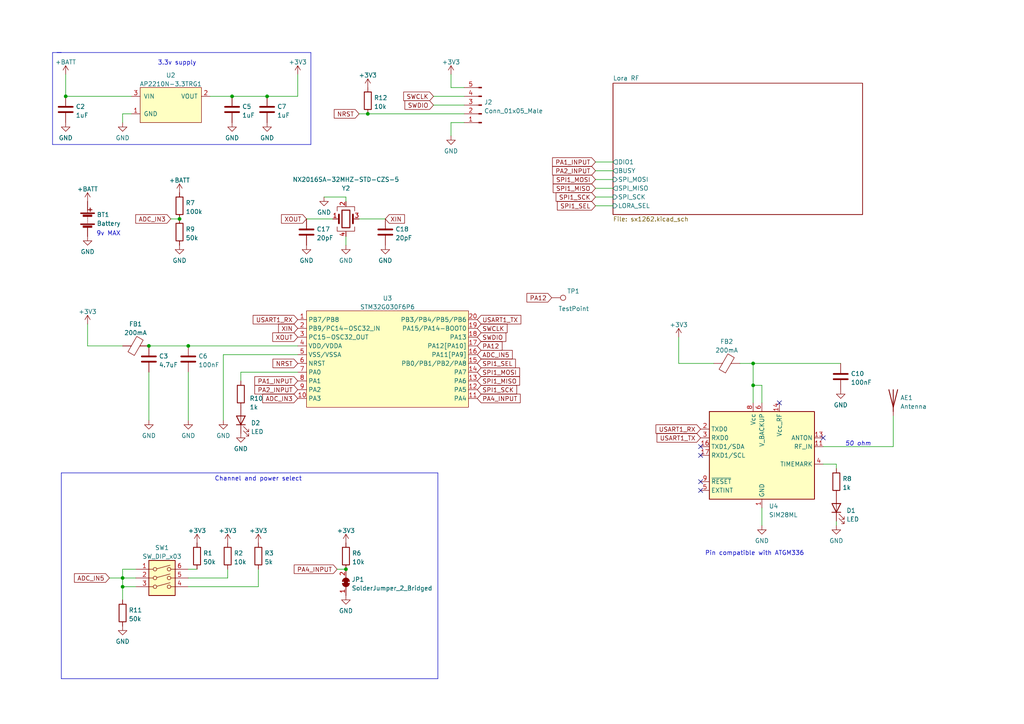
<source format=kicad_sch>
(kicad_sch (version 20230121) (generator eeschema)

  (uuid f66e77f9-6718-48a2-a638-8a703a2342bf)

  (paper "A4")

  (title_block
    (title "Tracker")
    (date "2023-02-07")
    (rev "1")
    (company "Polskie Towarzystwo Rakietowe")
    (comment 1 "bartekM, FlyingBanana, Kretu, Red Labs, karmelek, U.S. air force i inni")
  )

  (lib_symbols
    (symbol "Connector:Conn_01x05_Male" (pin_names (offset 1.016) hide) (in_bom yes) (on_board yes)
      (property "Reference" "J" (at 0 7.62 0)
        (effects (font (size 1.27 1.27)))
      )
      (property "Value" "Conn_01x05_Male" (at 0 -7.62 0)
        (effects (font (size 1.27 1.27)))
      )
      (property "Footprint" "" (at 0 0 0)
        (effects (font (size 1.27 1.27)) hide)
      )
      (property "Datasheet" "~" (at 0 0 0)
        (effects (font (size 1.27 1.27)) hide)
      )
      (property "ki_keywords" "connector" (at 0 0 0)
        (effects (font (size 1.27 1.27)) hide)
      )
      (property "ki_description" "Generic connector, single row, 01x05, script generated (kicad-library-utils/schlib/autogen/connector/)" (at 0 0 0)
        (effects (font (size 1.27 1.27)) hide)
      )
      (property "ki_fp_filters" "Connector*:*_1x??_*" (at 0 0 0)
        (effects (font (size 1.27 1.27)) hide)
      )
      (symbol "Conn_01x05_Male_1_1"
        (polyline
          (pts
            (xy 1.27 -5.08)
            (xy 0.8636 -5.08)
          )
          (stroke (width 0.1524) (type default))
          (fill (type none))
        )
        (polyline
          (pts
            (xy 1.27 -2.54)
            (xy 0.8636 -2.54)
          )
          (stroke (width 0.1524) (type default))
          (fill (type none))
        )
        (polyline
          (pts
            (xy 1.27 0)
            (xy 0.8636 0)
          )
          (stroke (width 0.1524) (type default))
          (fill (type none))
        )
        (polyline
          (pts
            (xy 1.27 2.54)
            (xy 0.8636 2.54)
          )
          (stroke (width 0.1524) (type default))
          (fill (type none))
        )
        (polyline
          (pts
            (xy 1.27 5.08)
            (xy 0.8636 5.08)
          )
          (stroke (width 0.1524) (type default))
          (fill (type none))
        )
        (rectangle (start 0.8636 -4.953) (end 0 -5.207)
          (stroke (width 0.1524) (type default))
          (fill (type outline))
        )
        (rectangle (start 0.8636 -2.413) (end 0 -2.667)
          (stroke (width 0.1524) (type default))
          (fill (type outline))
        )
        (rectangle (start 0.8636 0.127) (end 0 -0.127)
          (stroke (width 0.1524) (type default))
          (fill (type outline))
        )
        (rectangle (start 0.8636 2.667) (end 0 2.413)
          (stroke (width 0.1524) (type default))
          (fill (type outline))
        )
        (rectangle (start 0.8636 5.207) (end 0 4.953)
          (stroke (width 0.1524) (type default))
          (fill (type outline))
        )
        (pin passive line (at 5.08 5.08 180) (length 3.81)
          (name "Pin_1" (effects (font (size 1.27 1.27))))
          (number "1" (effects (font (size 1.27 1.27))))
        )
        (pin passive line (at 5.08 2.54 180) (length 3.81)
          (name "Pin_2" (effects (font (size 1.27 1.27))))
          (number "2" (effects (font (size 1.27 1.27))))
        )
        (pin passive line (at 5.08 0 180) (length 3.81)
          (name "Pin_3" (effects (font (size 1.27 1.27))))
          (number "3" (effects (font (size 1.27 1.27))))
        )
        (pin passive line (at 5.08 -2.54 180) (length 3.81)
          (name "Pin_4" (effects (font (size 1.27 1.27))))
          (number "4" (effects (font (size 1.27 1.27))))
        )
        (pin passive line (at 5.08 -5.08 180) (length 3.81)
          (name "Pin_5" (effects (font (size 1.27 1.27))))
          (number "5" (effects (font (size 1.27 1.27))))
        )
      )
    )
    (symbol "Connector:TestPoint" (pin_numbers hide) (pin_names (offset 0.762) hide) (in_bom yes) (on_board yes)
      (property "Reference" "TP" (at 0 6.858 0)
        (effects (font (size 1.27 1.27)))
      )
      (property "Value" "TestPoint" (at 0 5.08 0)
        (effects (font (size 1.27 1.27)))
      )
      (property "Footprint" "" (at 5.08 0 0)
        (effects (font (size 1.27 1.27)) hide)
      )
      (property "Datasheet" "~" (at 5.08 0 0)
        (effects (font (size 1.27 1.27)) hide)
      )
      (property "ki_keywords" "test point tp" (at 0 0 0)
        (effects (font (size 1.27 1.27)) hide)
      )
      (property "ki_description" "test point" (at 0 0 0)
        (effects (font (size 1.27 1.27)) hide)
      )
      (property "ki_fp_filters" "Pin* Test*" (at 0 0 0)
        (effects (font (size 1.27 1.27)) hide)
      )
      (symbol "TestPoint_0_1"
        (circle (center 0 3.302) (radius 0.762)
          (stroke (width 0) (type default))
          (fill (type none))
        )
      )
      (symbol "TestPoint_1_1"
        (pin passive line (at 0 0 90) (length 2.54)
          (name "1" (effects (font (size 1.27 1.27))))
          (number "1" (effects (font (size 1.27 1.27))))
        )
      )
    )
    (symbol "Device:Antenna" (pin_numbers hide) (pin_names (offset 1.016) hide) (in_bom yes) (on_board yes)
      (property "Reference" "AE" (at -1.905 1.905 0)
        (effects (font (size 1.27 1.27)) (justify right))
      )
      (property "Value" "Antenna" (at -1.905 0 0)
        (effects (font (size 1.27 1.27)) (justify right))
      )
      (property "Footprint" "" (at 0 0 0)
        (effects (font (size 1.27 1.27)) hide)
      )
      (property "Datasheet" "~" (at 0 0 0)
        (effects (font (size 1.27 1.27)) hide)
      )
      (property "ki_keywords" "antenna" (at 0 0 0)
        (effects (font (size 1.27 1.27)) hide)
      )
      (property "ki_description" "Antenna" (at 0 0 0)
        (effects (font (size 1.27 1.27)) hide)
      )
      (symbol "Antenna_0_1"
        (polyline
          (pts
            (xy 0 2.54)
            (xy 0 -3.81)
          )
          (stroke (width 0.254) (type default))
          (fill (type none))
        )
        (polyline
          (pts
            (xy 1.27 2.54)
            (xy 0 -2.54)
            (xy -1.27 2.54)
          )
          (stroke (width 0.254) (type default))
          (fill (type none))
        )
      )
      (symbol "Antenna_1_1"
        (pin input line (at 0 -5.08 90) (length 2.54)
          (name "A" (effects (font (size 1.27 1.27))))
          (number "1" (effects (font (size 1.27 1.27))))
        )
      )
    )
    (symbol "Device:Battery" (pin_numbers hide) (pin_names (offset 0) hide) (in_bom yes) (on_board yes)
      (property "Reference" "BT" (at 2.54 2.54 0)
        (effects (font (size 1.27 1.27)) (justify left))
      )
      (property "Value" "Battery" (at 2.54 0 0)
        (effects (font (size 1.27 1.27)) (justify left))
      )
      (property "Footprint" "" (at 0 1.524 90)
        (effects (font (size 1.27 1.27)) hide)
      )
      (property "Datasheet" "~" (at 0 1.524 90)
        (effects (font (size 1.27 1.27)) hide)
      )
      (property "ki_keywords" "batt voltage-source cell" (at 0 0 0)
        (effects (font (size 1.27 1.27)) hide)
      )
      (property "ki_description" "Multiple-cell battery" (at 0 0 0)
        (effects (font (size 1.27 1.27)) hide)
      )
      (symbol "Battery_0_1"
        (rectangle (start -2.032 -1.397) (end 2.032 -1.651)
          (stroke (width 0) (type default))
          (fill (type outline))
        )
        (rectangle (start -2.032 1.778) (end 2.032 1.524)
          (stroke (width 0) (type default))
          (fill (type outline))
        )
        (rectangle (start -1.3208 -1.9812) (end 1.27 -2.4892)
          (stroke (width 0) (type default))
          (fill (type outline))
        )
        (rectangle (start -1.3208 1.1938) (end 1.27 0.6858)
          (stroke (width 0) (type default))
          (fill (type outline))
        )
        (polyline
          (pts
            (xy 0 -1.524)
            (xy 0 -1.27)
          )
          (stroke (width 0) (type default))
          (fill (type none))
        )
        (polyline
          (pts
            (xy 0 -1.016)
            (xy 0 -0.762)
          )
          (stroke (width 0) (type default))
          (fill (type none))
        )
        (polyline
          (pts
            (xy 0 -0.508)
            (xy 0 -0.254)
          )
          (stroke (width 0) (type default))
          (fill (type none))
        )
        (polyline
          (pts
            (xy 0 0)
            (xy 0 0.254)
          )
          (stroke (width 0) (type default))
          (fill (type none))
        )
        (polyline
          (pts
            (xy 0 0.508)
            (xy 0 0.762)
          )
          (stroke (width 0) (type default))
          (fill (type none))
        )
        (polyline
          (pts
            (xy 0 1.778)
            (xy 0 2.54)
          )
          (stroke (width 0) (type default))
          (fill (type none))
        )
        (polyline
          (pts
            (xy 0.254 2.667)
            (xy 1.27 2.667)
          )
          (stroke (width 0.254) (type default))
          (fill (type none))
        )
        (polyline
          (pts
            (xy 0.762 3.175)
            (xy 0.762 2.159)
          )
          (stroke (width 0.254) (type default))
          (fill (type none))
        )
      )
      (symbol "Battery_1_1"
        (pin passive line (at 0 5.08 270) (length 2.54)
          (name "+" (effects (font (size 1.27 1.27))))
          (number "1" (effects (font (size 1.27 1.27))))
        )
        (pin passive line (at 0 -5.08 90) (length 2.54)
          (name "-" (effects (font (size 1.27 1.27))))
          (number "2" (effects (font (size 1.27 1.27))))
        )
      )
    )
    (symbol "Device:C" (pin_numbers hide) (pin_names (offset 0.254)) (in_bom yes) (on_board yes)
      (property "Reference" "C" (at 0.635 2.54 0)
        (effects (font (size 1.27 1.27)) (justify left))
      )
      (property "Value" "C" (at 0.635 -2.54 0)
        (effects (font (size 1.27 1.27)) (justify left))
      )
      (property "Footprint" "" (at 0.9652 -3.81 0)
        (effects (font (size 1.27 1.27)) hide)
      )
      (property "Datasheet" "~" (at 0 0 0)
        (effects (font (size 1.27 1.27)) hide)
      )
      (property "ki_keywords" "cap capacitor" (at 0 0 0)
        (effects (font (size 1.27 1.27)) hide)
      )
      (property "ki_description" "Unpolarized capacitor" (at 0 0 0)
        (effects (font (size 1.27 1.27)) hide)
      )
      (property "ki_fp_filters" "C_*" (at 0 0 0)
        (effects (font (size 1.27 1.27)) hide)
      )
      (symbol "C_0_1"
        (polyline
          (pts
            (xy -2.032 -0.762)
            (xy 2.032 -0.762)
          )
          (stroke (width 0.508) (type default))
          (fill (type none))
        )
        (polyline
          (pts
            (xy -2.032 0.762)
            (xy 2.032 0.762)
          )
          (stroke (width 0.508) (type default))
          (fill (type none))
        )
      )
      (symbol "C_1_1"
        (pin passive line (at 0 3.81 270) (length 2.794)
          (name "~" (effects (font (size 1.27 1.27))))
          (number "1" (effects (font (size 1.27 1.27))))
        )
        (pin passive line (at 0 -3.81 90) (length 2.794)
          (name "~" (effects (font (size 1.27 1.27))))
          (number "2" (effects (font (size 1.27 1.27))))
        )
      )
    )
    (symbol "Device:Crystal_GND24" (pin_names (offset 1.016) hide) (in_bom yes) (on_board yes)
      (property "Reference" "Y" (at 3.175 5.08 0)
        (effects (font (size 1.27 1.27)) (justify left))
      )
      (property "Value" "Crystal_GND24" (at 3.175 3.175 0)
        (effects (font (size 1.27 1.27)) (justify left))
      )
      (property "Footprint" "" (at 0 0 0)
        (effects (font (size 1.27 1.27)) hide)
      )
      (property "Datasheet" "~" (at 0 0 0)
        (effects (font (size 1.27 1.27)) hide)
      )
      (property "ki_keywords" "quartz ceramic resonator oscillator" (at 0 0 0)
        (effects (font (size 1.27 1.27)) hide)
      )
      (property "ki_description" "Four pin crystal, GND on pins 2 and 4" (at 0 0 0)
        (effects (font (size 1.27 1.27)) hide)
      )
      (property "ki_fp_filters" "Crystal*" (at 0 0 0)
        (effects (font (size 1.27 1.27)) hide)
      )
      (symbol "Crystal_GND24_0_1"
        (rectangle (start -1.143 2.54) (end 1.143 -2.54)
          (stroke (width 0.3048) (type default))
          (fill (type none))
        )
        (polyline
          (pts
            (xy -2.54 0)
            (xy -2.032 0)
          )
          (stroke (width 0) (type default))
          (fill (type none))
        )
        (polyline
          (pts
            (xy -2.032 -1.27)
            (xy -2.032 1.27)
          )
          (stroke (width 0.508) (type default))
          (fill (type none))
        )
        (polyline
          (pts
            (xy 0 -3.81)
            (xy 0 -3.556)
          )
          (stroke (width 0) (type default))
          (fill (type none))
        )
        (polyline
          (pts
            (xy 0 3.556)
            (xy 0 3.81)
          )
          (stroke (width 0) (type default))
          (fill (type none))
        )
        (polyline
          (pts
            (xy 2.032 -1.27)
            (xy 2.032 1.27)
          )
          (stroke (width 0.508) (type default))
          (fill (type none))
        )
        (polyline
          (pts
            (xy 2.032 0)
            (xy 2.54 0)
          )
          (stroke (width 0) (type default))
          (fill (type none))
        )
        (polyline
          (pts
            (xy -2.54 -2.286)
            (xy -2.54 -3.556)
            (xy 2.54 -3.556)
            (xy 2.54 -2.286)
          )
          (stroke (width 0) (type default))
          (fill (type none))
        )
        (polyline
          (pts
            (xy -2.54 2.286)
            (xy -2.54 3.556)
            (xy 2.54 3.556)
            (xy 2.54 2.286)
          )
          (stroke (width 0) (type default))
          (fill (type none))
        )
      )
      (symbol "Crystal_GND24_1_1"
        (pin passive line (at -3.81 0 0) (length 1.27)
          (name "1" (effects (font (size 1.27 1.27))))
          (number "1" (effects (font (size 1.27 1.27))))
        )
        (pin passive line (at 0 5.08 270) (length 1.27)
          (name "2" (effects (font (size 1.27 1.27))))
          (number "2" (effects (font (size 1.27 1.27))))
        )
        (pin passive line (at 3.81 0 180) (length 1.27)
          (name "3" (effects (font (size 1.27 1.27))))
          (number "3" (effects (font (size 1.27 1.27))))
        )
        (pin passive line (at 0 -5.08 90) (length 1.27)
          (name "4" (effects (font (size 1.27 1.27))))
          (number "4" (effects (font (size 1.27 1.27))))
        )
      )
    )
    (symbol "Device:FerriteBead" (pin_numbers hide) (pin_names (offset 0)) (in_bom yes) (on_board yes)
      (property "Reference" "FB" (at -3.81 0.635 90)
        (effects (font (size 1.27 1.27)))
      )
      (property "Value" "FerriteBead" (at 3.81 0 90)
        (effects (font (size 1.27 1.27)))
      )
      (property "Footprint" "" (at -1.778 0 90)
        (effects (font (size 1.27 1.27)) hide)
      )
      (property "Datasheet" "~" (at 0 0 0)
        (effects (font (size 1.27 1.27)) hide)
      )
      (property "ki_keywords" "L ferrite bead inductor filter" (at 0 0 0)
        (effects (font (size 1.27 1.27)) hide)
      )
      (property "ki_description" "Ferrite bead" (at 0 0 0)
        (effects (font (size 1.27 1.27)) hide)
      )
      (property "ki_fp_filters" "Inductor_* L_* *Ferrite*" (at 0 0 0)
        (effects (font (size 1.27 1.27)) hide)
      )
      (symbol "FerriteBead_0_1"
        (polyline
          (pts
            (xy 0 -1.27)
            (xy 0 -1.2192)
          )
          (stroke (width 0) (type default))
          (fill (type none))
        )
        (polyline
          (pts
            (xy 0 1.27)
            (xy 0 1.2954)
          )
          (stroke (width 0) (type default))
          (fill (type none))
        )
        (polyline
          (pts
            (xy -2.7686 0.4064)
            (xy -1.7018 2.2606)
            (xy 2.7686 -0.3048)
            (xy 1.6764 -2.159)
            (xy -2.7686 0.4064)
          )
          (stroke (width 0) (type default))
          (fill (type none))
        )
      )
      (symbol "FerriteBead_1_1"
        (pin passive line (at 0 3.81 270) (length 2.54)
          (name "~" (effects (font (size 1.27 1.27))))
          (number "1" (effects (font (size 1.27 1.27))))
        )
        (pin passive line (at 0 -3.81 90) (length 2.54)
          (name "~" (effects (font (size 1.27 1.27))))
          (number "2" (effects (font (size 1.27 1.27))))
        )
      )
    )
    (symbol "Device:LED" (pin_numbers hide) (pin_names (offset 1.016) hide) (in_bom yes) (on_board yes)
      (property "Reference" "D" (at 0 2.54 0)
        (effects (font (size 1.27 1.27)))
      )
      (property "Value" "LED" (at 0 -2.54 0)
        (effects (font (size 1.27 1.27)))
      )
      (property "Footprint" "" (at 0 0 0)
        (effects (font (size 1.27 1.27)) hide)
      )
      (property "Datasheet" "~" (at 0 0 0)
        (effects (font (size 1.27 1.27)) hide)
      )
      (property "ki_keywords" "LED diode" (at 0 0 0)
        (effects (font (size 1.27 1.27)) hide)
      )
      (property "ki_description" "Light emitting diode" (at 0 0 0)
        (effects (font (size 1.27 1.27)) hide)
      )
      (property "ki_fp_filters" "LED* LED_SMD:* LED_THT:*" (at 0 0 0)
        (effects (font (size 1.27 1.27)) hide)
      )
      (symbol "LED_0_1"
        (polyline
          (pts
            (xy -1.27 -1.27)
            (xy -1.27 1.27)
          )
          (stroke (width 0.254) (type default))
          (fill (type none))
        )
        (polyline
          (pts
            (xy -1.27 0)
            (xy 1.27 0)
          )
          (stroke (width 0) (type default))
          (fill (type none))
        )
        (polyline
          (pts
            (xy 1.27 -1.27)
            (xy 1.27 1.27)
            (xy -1.27 0)
            (xy 1.27 -1.27)
          )
          (stroke (width 0.254) (type default))
          (fill (type none))
        )
        (polyline
          (pts
            (xy -3.048 -0.762)
            (xy -4.572 -2.286)
            (xy -3.81 -2.286)
            (xy -4.572 -2.286)
            (xy -4.572 -1.524)
          )
          (stroke (width 0) (type default))
          (fill (type none))
        )
        (polyline
          (pts
            (xy -1.778 -0.762)
            (xy -3.302 -2.286)
            (xy -2.54 -2.286)
            (xy -3.302 -2.286)
            (xy -3.302 -1.524)
          )
          (stroke (width 0) (type default))
          (fill (type none))
        )
      )
      (symbol "LED_1_1"
        (pin passive line (at -3.81 0 0) (length 2.54)
          (name "K" (effects (font (size 1.27 1.27))))
          (number "1" (effects (font (size 1.27 1.27))))
        )
        (pin passive line (at 3.81 0 180) (length 2.54)
          (name "A" (effects (font (size 1.27 1.27))))
          (number "2" (effects (font (size 1.27 1.27))))
        )
      )
    )
    (symbol "Device:R" (pin_numbers hide) (pin_names (offset 0)) (in_bom yes) (on_board yes)
      (property "Reference" "R" (at 2.032 0 90)
        (effects (font (size 1.27 1.27)))
      )
      (property "Value" "R" (at 0 0 90)
        (effects (font (size 1.27 1.27)))
      )
      (property "Footprint" "" (at -1.778 0 90)
        (effects (font (size 1.27 1.27)) hide)
      )
      (property "Datasheet" "~" (at 0 0 0)
        (effects (font (size 1.27 1.27)) hide)
      )
      (property "ki_keywords" "R res resistor" (at 0 0 0)
        (effects (font (size 1.27 1.27)) hide)
      )
      (property "ki_description" "Resistor" (at 0 0 0)
        (effects (font (size 1.27 1.27)) hide)
      )
      (property "ki_fp_filters" "R_*" (at 0 0 0)
        (effects (font (size 1.27 1.27)) hide)
      )
      (symbol "R_0_1"
        (rectangle (start -1.016 -2.54) (end 1.016 2.54)
          (stroke (width 0.254) (type default))
          (fill (type none))
        )
      )
      (symbol "R_1_1"
        (pin passive line (at 0 3.81 270) (length 1.27)
          (name "~" (effects (font (size 1.27 1.27))))
          (number "1" (effects (font (size 1.27 1.27))))
        )
        (pin passive line (at 0 -3.81 90) (length 1.27)
          (name "~" (effects (font (size 1.27 1.27))))
          (number "2" (effects (font (size 1.27 1.27))))
        )
      )
    )
    (symbol "Jumper:SolderJumper_2_Bridged" (pin_names (offset 0) hide) (in_bom yes) (on_board yes)
      (property "Reference" "JP" (at 0 2.032 0)
        (effects (font (size 1.27 1.27)))
      )
      (property "Value" "SolderJumper_2_Bridged" (at 0 -2.54 0)
        (effects (font (size 1.27 1.27)))
      )
      (property "Footprint" "" (at 0 0 0)
        (effects (font (size 1.27 1.27)) hide)
      )
      (property "Datasheet" "~" (at 0 0 0)
        (effects (font (size 1.27 1.27)) hide)
      )
      (property "ki_keywords" "solder jumper SPST" (at 0 0 0)
        (effects (font (size 1.27 1.27)) hide)
      )
      (property "ki_description" "Solder Jumper, 2-pole, closed/bridged" (at 0 0 0)
        (effects (font (size 1.27 1.27)) hide)
      )
      (property "ki_fp_filters" "SolderJumper*Bridged*" (at 0 0 0)
        (effects (font (size 1.27 1.27)) hide)
      )
      (symbol "SolderJumper_2_Bridged_0_1"
        (rectangle (start -0.508 0.508) (end 0.508 -0.508)
          (stroke (width 0) (type default))
          (fill (type outline))
        )
        (arc (start -0.254 1.016) (mid -1.2656 0) (end -0.254 -1.016)
          (stroke (width 0) (type default))
          (fill (type none))
        )
        (arc (start -0.254 1.016) (mid -1.2656 0) (end -0.254 -1.016)
          (stroke (width 0) (type default))
          (fill (type outline))
        )
        (polyline
          (pts
            (xy -0.254 1.016)
            (xy -0.254 -1.016)
          )
          (stroke (width 0) (type default))
          (fill (type none))
        )
        (polyline
          (pts
            (xy 0.254 1.016)
            (xy 0.254 -1.016)
          )
          (stroke (width 0) (type default))
          (fill (type none))
        )
        (arc (start 0.254 -1.016) (mid 1.2656 0) (end 0.254 1.016)
          (stroke (width 0) (type default))
          (fill (type none))
        )
        (arc (start 0.254 -1.016) (mid 1.2656 0) (end 0.254 1.016)
          (stroke (width 0) (type default))
          (fill (type outline))
        )
      )
      (symbol "SolderJumper_2_Bridged_1_1"
        (pin passive line (at -3.81 0 0) (length 2.54)
          (name "A" (effects (font (size 1.27 1.27))))
          (number "1" (effects (font (size 1.27 1.27))))
        )
        (pin passive line (at 3.81 0 180) (length 2.54)
          (name "B" (effects (font (size 1.27 1.27))))
          (number "2" (effects (font (size 1.27 1.27))))
        )
      )
    )
    (symbol "RF_GPS:SIM28ML" (in_bom yes) (on_board yes)
      (property "Reference" "U" (at -13.97 13.97 0)
        (effects (font (size 1.27 1.27)))
      )
      (property "Value" "SIM28ML" (at 11.43 13.97 0)
        (effects (font (size 1.27 1.27)))
      )
      (property "Footprint" "RF_GPS:SIM28ML" (at 0 0 0)
        (effects (font (size 1.27 1.27)) hide)
      )
      (property "Datasheet" "https://simcom.ee/documents/SIM28ML/SIM28ML_Hardware%20Design_V1.01.pdf" (at 0 0 0)
        (effects (font (size 1.27 1.27)) hide)
      )
      (property "ki_keywords" "GPS A-GPS receiver" (at 0 0 0)
        (effects (font (size 1.27 1.27)) hide)
      )
      (property "ki_description" "Standalone GPS/A-GPS receiver module, built-in LNA, -165dBm sensitivity, 2.8-4.3V, SMD" (at 0 0 0)
        (effects (font (size 1.27 1.27)) hide)
      )
      (property "ki_fp_filters" "SIM28ML*" (at 0 0 0)
        (effects (font (size 1.27 1.27)) hide)
      )
      (symbol "SIM28ML_0_1"
        (rectangle (start -15.24 12.7) (end 15.24 -12.7)
          (stroke (width 0.254) (type default))
          (fill (type background))
        )
      )
      (symbol "SIM28ML_1_1"
        (pin power_in line (at 0 -15.24 90) (length 2.54)
          (name "GND" (effects (font (size 1.27 1.27))))
          (number "1" (effects (font (size 1.27 1.27))))
        )
        (pin passive line (at 0 -15.24 90) (length 2.54) hide
          (name "GND" (effects (font (size 1.27 1.27))))
          (number "10" (effects (font (size 1.27 1.27))))
        )
        (pin input line (at 17.78 2.54 180) (length 2.54)
          (name "RF_IN" (effects (font (size 1.27 1.27))))
          (number "11" (effects (font (size 1.27 1.27))))
        )
        (pin passive line (at 0 -15.24 90) (length 2.54) hide
          (name "GND" (effects (font (size 1.27 1.27))))
          (number "12" (effects (font (size 1.27 1.27))))
        )
        (pin power_out line (at 17.78 5.08 180) (length 2.54)
          (name "ANTON" (effects (font (size 1.27 1.27))))
          (number "13" (effects (font (size 1.27 1.27))))
        )
        (pin power_out line (at 5.08 15.24 270) (length 2.54)
          (name "Vcc_RF" (effects (font (size 1.27 1.27))))
          (number "14" (effects (font (size 1.27 1.27))))
        )
        (pin no_connect line (at 15.24 -7.62 180) (length 2.54) hide
          (name "NC" (effects (font (size 1.27 1.27))))
          (number "15" (effects (font (size 1.27 1.27))))
        )
        (pin bidirectional line (at -17.78 2.54 0) (length 2.54)
          (name "TXD1/SDA" (effects (font (size 1.27 1.27))))
          (number "16" (effects (font (size 1.27 1.27))))
        )
        (pin input line (at -17.78 0 0) (length 2.54)
          (name "RXD1/SCL" (effects (font (size 1.27 1.27))))
          (number "17" (effects (font (size 1.27 1.27))))
        )
        (pin no_connect line (at 15.24 -10.16 180) (length 2.54) hide
          (name "NC" (effects (font (size 1.27 1.27))))
          (number "18" (effects (font (size 1.27 1.27))))
        )
        (pin output line (at -17.78 7.62 0) (length 2.54)
          (name "TXD0" (effects (font (size 1.27 1.27))))
          (number "2" (effects (font (size 1.27 1.27))))
        )
        (pin input line (at -17.78 5.08 0) (length 2.54)
          (name "RXD0" (effects (font (size 1.27 1.27))))
          (number "3" (effects (font (size 1.27 1.27))))
        )
        (pin output line (at 17.78 -2.54 180) (length 2.54)
          (name "TIMEMARK" (effects (font (size 1.27 1.27))))
          (number "4" (effects (font (size 1.27 1.27))))
        )
        (pin input line (at -17.78 -10.16 0) (length 2.54)
          (name "EXTINT" (effects (font (size 1.27 1.27))))
          (number "5" (effects (font (size 1.27 1.27))))
        )
        (pin power_in line (at 0 15.24 270) (length 2.54)
          (name "V_BACKUP" (effects (font (size 1.27 1.27))))
          (number "6" (effects (font (size 1.27 1.27))))
        )
        (pin no_connect line (at 15.24 -5.08 180) (length 2.54) hide
          (name "NC" (effects (font (size 1.27 1.27))))
          (number "7" (effects (font (size 1.27 1.27))))
        )
        (pin power_in line (at -2.54 15.24 270) (length 2.54)
          (name "Vcc" (effects (font (size 1.27 1.27))))
          (number "8" (effects (font (size 1.27 1.27))))
        )
        (pin input line (at -17.78 -7.62 0) (length 2.54)
          (name "~{RESET}" (effects (font (size 1.27 1.27))))
          (number "9" (effects (font (size 1.27 1.27))))
        )
      )
    )
    (symbol "Switch:SW_DIP_x03" (pin_names (offset 0) hide) (in_bom yes) (on_board yes)
      (property "Reference" "SW" (at 0 8.89 0)
        (effects (font (size 1.27 1.27)))
      )
      (property "Value" "SW_DIP_x03" (at 0 -3.81 0)
        (effects (font (size 1.27 1.27)))
      )
      (property "Footprint" "" (at 0 0 0)
        (effects (font (size 1.27 1.27)) hide)
      )
      (property "Datasheet" "~" (at 0 0 0)
        (effects (font (size 1.27 1.27)) hide)
      )
      (property "ki_keywords" "dip switch" (at 0 0 0)
        (effects (font (size 1.27 1.27)) hide)
      )
      (property "ki_description" "3x DIP Switch, Single Pole Single Throw (SPST) switch, small symbol" (at 0 0 0)
        (effects (font (size 1.27 1.27)) hide)
      )
      (property "ki_fp_filters" "SW?DIP?x3*" (at 0 0 0)
        (effects (font (size 1.27 1.27)) hide)
      )
      (symbol "SW_DIP_x03_0_0"
        (circle (center -2.032 0) (radius 0.508)
          (stroke (width 0) (type default))
          (fill (type none))
        )
        (circle (center -2.032 2.54) (radius 0.508)
          (stroke (width 0) (type default))
          (fill (type none))
        )
        (circle (center -2.032 5.08) (radius 0.508)
          (stroke (width 0) (type default))
          (fill (type none))
        )
        (polyline
          (pts
            (xy -1.524 0.127)
            (xy 2.3622 1.1684)
          )
          (stroke (width 0) (type default))
          (fill (type none))
        )
        (polyline
          (pts
            (xy -1.524 2.667)
            (xy 2.3622 3.7084)
          )
          (stroke (width 0) (type default))
          (fill (type none))
        )
        (polyline
          (pts
            (xy -1.524 5.207)
            (xy 2.3622 6.2484)
          )
          (stroke (width 0) (type default))
          (fill (type none))
        )
        (circle (center 2.032 0) (radius 0.508)
          (stroke (width 0) (type default))
          (fill (type none))
        )
        (circle (center 2.032 2.54) (radius 0.508)
          (stroke (width 0) (type default))
          (fill (type none))
        )
        (circle (center 2.032 5.08) (radius 0.508)
          (stroke (width 0) (type default))
          (fill (type none))
        )
      )
      (symbol "SW_DIP_x03_0_1"
        (rectangle (start -3.81 7.62) (end 3.81 -2.54)
          (stroke (width 0.254) (type default))
          (fill (type background))
        )
      )
      (symbol "SW_DIP_x03_1_1"
        (pin passive line (at -7.62 5.08 0) (length 5.08)
          (name "~" (effects (font (size 1.27 1.27))))
          (number "1" (effects (font (size 1.27 1.27))))
        )
        (pin passive line (at -7.62 2.54 0) (length 5.08)
          (name "~" (effects (font (size 1.27 1.27))))
          (number "2" (effects (font (size 1.27 1.27))))
        )
        (pin passive line (at -7.62 0 0) (length 5.08)
          (name "~" (effects (font (size 1.27 1.27))))
          (number "3" (effects (font (size 1.27 1.27))))
        )
        (pin passive line (at 7.62 0 180) (length 5.08)
          (name "~" (effects (font (size 1.27 1.27))))
          (number "4" (effects (font (size 1.27 1.27))))
        )
        (pin passive line (at 7.62 2.54 180) (length 5.08)
          (name "~" (effects (font (size 1.27 1.27))))
          (number "5" (effects (font (size 1.27 1.27))))
        )
        (pin passive line (at 7.62 5.08 180) (length 5.08)
          (name "~" (effects (font (size 1.27 1.27))))
          (number "6" (effects (font (size 1.27 1.27))))
        )
      )
    )
    (symbol "power:+3V3" (power) (pin_names (offset 0)) (in_bom yes) (on_board yes)
      (property "Reference" "#PWR" (at 0 -3.81 0)
        (effects (font (size 1.27 1.27)) hide)
      )
      (property "Value" "+3V3" (at 0 3.556 0)
        (effects (font (size 1.27 1.27)))
      )
      (property "Footprint" "" (at 0 0 0)
        (effects (font (size 1.27 1.27)) hide)
      )
      (property "Datasheet" "" (at 0 0 0)
        (effects (font (size 1.27 1.27)) hide)
      )
      (property "ki_keywords" "power-flag" (at 0 0 0)
        (effects (font (size 1.27 1.27)) hide)
      )
      (property "ki_description" "Power symbol creates a global label with name \"+3V3\"" (at 0 0 0)
        (effects (font (size 1.27 1.27)) hide)
      )
      (symbol "+3V3_0_1"
        (polyline
          (pts
            (xy -0.762 1.27)
            (xy 0 2.54)
          )
          (stroke (width 0) (type default))
          (fill (type none))
        )
        (polyline
          (pts
            (xy 0 0)
            (xy 0 2.54)
          )
          (stroke (width 0) (type default))
          (fill (type none))
        )
        (polyline
          (pts
            (xy 0 2.54)
            (xy 0.762 1.27)
          )
          (stroke (width 0) (type default))
          (fill (type none))
        )
      )
      (symbol "+3V3_1_1"
        (pin power_in line (at 0 0 90) (length 0) hide
          (name "+3V3" (effects (font (size 1.27 1.27))))
          (number "1" (effects (font (size 1.27 1.27))))
        )
      )
    )
    (symbol "power:+BATT" (power) (pin_names (offset 0)) (in_bom yes) (on_board yes)
      (property "Reference" "#PWR" (at 0 -3.81 0)
        (effects (font (size 1.27 1.27)) hide)
      )
      (property "Value" "+BATT" (at 0 3.556 0)
        (effects (font (size 1.27 1.27)))
      )
      (property "Footprint" "" (at 0 0 0)
        (effects (font (size 1.27 1.27)) hide)
      )
      (property "Datasheet" "" (at 0 0 0)
        (effects (font (size 1.27 1.27)) hide)
      )
      (property "ki_keywords" "power-flag battery" (at 0 0 0)
        (effects (font (size 1.27 1.27)) hide)
      )
      (property "ki_description" "Power symbol creates a global label with name \"+BATT\"" (at 0 0 0)
        (effects (font (size 1.27 1.27)) hide)
      )
      (symbol "+BATT_0_1"
        (polyline
          (pts
            (xy -0.762 1.27)
            (xy 0 2.54)
          )
          (stroke (width 0) (type default))
          (fill (type none))
        )
        (polyline
          (pts
            (xy 0 0)
            (xy 0 2.54)
          )
          (stroke (width 0) (type default))
          (fill (type none))
        )
        (polyline
          (pts
            (xy 0 2.54)
            (xy 0.762 1.27)
          )
          (stroke (width 0) (type default))
          (fill (type none))
        )
      )
      (symbol "+BATT_1_1"
        (pin power_in line (at 0 0 90) (length 0) hide
          (name "+BATT" (effects (font (size 1.27 1.27))))
          (number "1" (effects (font (size 1.27 1.27))))
        )
      )
    )
    (symbol "power:GND" (power) (pin_names (offset 0)) (in_bom yes) (on_board yes)
      (property "Reference" "#PWR" (at 0 -6.35 0)
        (effects (font (size 1.27 1.27)) hide)
      )
      (property "Value" "GND" (at 0 -3.81 0)
        (effects (font (size 1.27 1.27)))
      )
      (property "Footprint" "" (at 0 0 0)
        (effects (font (size 1.27 1.27)) hide)
      )
      (property "Datasheet" "" (at 0 0 0)
        (effects (font (size 1.27 1.27)) hide)
      )
      (property "ki_keywords" "power-flag" (at 0 0 0)
        (effects (font (size 1.27 1.27)) hide)
      )
      (property "ki_description" "Power symbol creates a global label with name \"GND\" , ground" (at 0 0 0)
        (effects (font (size 1.27 1.27)) hide)
      )
      (symbol "GND_0_1"
        (polyline
          (pts
            (xy 0 0)
            (xy 0 -1.27)
            (xy 1.27 -1.27)
            (xy 0 -2.54)
            (xy -1.27 -1.27)
            (xy 0 -1.27)
          )
          (stroke (width 0) (type default))
          (fill (type none))
        )
      )
      (symbol "GND_1_1"
        (pin power_in line (at 0 0 270) (length 0) hide
          (name "GND" (effects (font (size 1.27 1.27))))
          (number "1" (effects (font (size 1.27 1.27))))
        )
      )
    )
    (symbol "stanley_misc:STM32G030F6P6" (in_bom yes) (on_board yes)
      (property "Reference" "U" (at 0 15.24 0)
        (effects (font (size 1.27 1.27)))
      )
      (property "Value" "STM32G030F6P6" (at 0 -15.24 0)
        (effects (font (size 1.27 1.27)))
      )
      (property "Footprint" "Package_SO:TSSOP-20_4.4x6.5mm_P0.65mm" (at -8.89 -10.16 0)
        (effects (font (size 1.27 1.27)) hide)
      )
      (property "Datasheet" "" (at -8.89 -10.16 0)
        (effects (font (size 1.27 1.27)) hide)
      )
      (symbol "STM32G030F6P6_0_1"
        (rectangle (start -24.13 13.97) (end 22.86 -13.97)
          (stroke (width 0.1524) (type default))
          (fill (type background))
        )
      )
      (symbol "STM32G030F6P6_1_1"
        (pin input line (at -26.67 11.43 0) (length 2.54)
          (name "PB7/PB8" (effects (font (size 1.27 1.27))))
          (number "1" (effects (font (size 1.27 1.27))))
        )
        (pin input line (at -26.67 -11.43 0) (length 2.54)
          (name "PA3" (effects (font (size 1.27 1.27))))
          (number "10" (effects (font (size 1.27 1.27))))
        )
        (pin input line (at 25.4 -11.43 180) (length 2.54)
          (name "PA4" (effects (font (size 1.27 1.27))))
          (number "11" (effects (font (size 1.27 1.27))))
        )
        (pin input line (at 25.4 -8.89 180) (length 2.54)
          (name "PA5" (effects (font (size 1.27 1.27))))
          (number "12" (effects (font (size 1.27 1.27))))
        )
        (pin input line (at 25.4 -6.35 180) (length 2.54)
          (name "PA6" (effects (font (size 1.27 1.27))))
          (number "13" (effects (font (size 1.27 1.27))))
        )
        (pin input line (at 25.4 -3.81 180) (length 2.54)
          (name "PA7" (effects (font (size 1.27 1.27))))
          (number "14" (effects (font (size 1.27 1.27))))
        )
        (pin input line (at 25.4 -1.27 180) (length 2.54)
          (name "PB0/PB1/PB2/PA8" (effects (font (size 1.27 1.27))))
          (number "15" (effects (font (size 1.27 1.27))))
        )
        (pin input line (at 25.4 1.27 180) (length 2.54)
          (name "PA11[PA9]" (effects (font (size 1.27 1.27))))
          (number "16" (effects (font (size 1.27 1.27))))
        )
        (pin input line (at 25.4 3.81 180) (length 2.54)
          (name "PA12[PA10]" (effects (font (size 1.27 1.27))))
          (number "17" (effects (font (size 1.27 1.27))))
        )
        (pin input line (at 25.4 6.35 180) (length 2.54)
          (name "PA13" (effects (font (size 1.27 1.27))))
          (number "18" (effects (font (size 1.27 1.27))))
        )
        (pin input line (at 25.4 8.89 180) (length 2.54)
          (name "PA15/PA14-BOOT0" (effects (font (size 1.27 1.27))))
          (number "19" (effects (font (size 1.27 1.27))))
        )
        (pin input line (at -26.67 8.89 0) (length 2.54)
          (name "PB9/PC14-OSC32_IN" (effects (font (size 1.27 1.27))))
          (number "2" (effects (font (size 1.27 1.27))))
        )
        (pin input line (at 25.4 11.43 180) (length 2.54)
          (name "PB3/PB4/PB5/PB6" (effects (font (size 1.27 1.27))))
          (number "20" (effects (font (size 1.27 1.27))))
        )
        (pin input line (at -26.67 6.35 0) (length 2.54)
          (name "PC15-OSC32_OUT" (effects (font (size 1.27 1.27))))
          (number "3" (effects (font (size 1.27 1.27))))
        )
        (pin input line (at -26.67 3.81 0) (length 2.54)
          (name "VDD/VDDA" (effects (font (size 1.27 1.27))))
          (number "4" (effects (font (size 1.27 1.27))))
        )
        (pin input line (at -26.67 1.27 0) (length 2.54)
          (name "VSS/VSSA" (effects (font (size 1.27 1.27))))
          (number "5" (effects (font (size 1.27 1.27))))
        )
        (pin input line (at -26.67 -1.27 0) (length 2.54)
          (name "NRST" (effects (font (size 1.27 1.27))))
          (number "6" (effects (font (size 1.27 1.27))))
        )
        (pin input line (at -26.67 -3.81 0) (length 2.54)
          (name "PA0" (effects (font (size 1.27 1.27))))
          (number "7" (effects (font (size 1.27 1.27))))
        )
        (pin input line (at -26.67 -6.35 0) (length 2.54)
          (name "PA1" (effects (font (size 1.27 1.27))))
          (number "8" (effects (font (size 1.27 1.27))))
        )
        (pin input line (at -26.67 -8.89 0) (length 2.54)
          (name "PA2" (effects (font (size 1.27 1.27))))
          (number "9" (effects (font (size 1.27 1.27))))
        )
      )
    )
    (symbol "stanley_power:AP2210N-3.3TRG1" (pin_names (offset 1.016)) (in_bom yes) (on_board yes)
      (property "Reference" "U" (at 0 6.35 0)
        (effects (font (size 1.27 1.27)))
      )
      (property "Value" "AP2210N-3.3TRG1" (at 0 8.89 0)
        (effects (font (size 1.27 1.27)))
      )
      (property "Footprint" "Package_TO_SOT_SMD:SOT-23" (at 0 10.16 0)
        (effects (font (size 1.27 1.27)) hide)
      )
      (property "Datasheet" "" (at 0 10.16 0)
        (effects (font (size 1.27 1.27)) hide)
      )
      (symbol "AP2210N-3.3TRG1_0_1"
        (rectangle (start 8.89 -5.08) (end -8.89 5.08)
          (stroke (width 0) (type default))
          (fill (type background))
        )
      )
      (symbol "AP2210N-3.3TRG1_1_1"
        (pin power_in line (at -11.43 -2.54 0) (length 2.54)
          (name "GND" (effects (font (size 1.27 1.27))))
          (number "1" (effects (font (size 1.27 1.27))))
        )
        (pin power_out line (at 11.43 2.54 180) (length 2.54)
          (name "VOUT" (effects (font (size 1.27 1.27))))
          (number "2" (effects (font (size 1.27 1.27))))
        )
        (pin power_in line (at -11.43 2.54 0) (length 2.54)
          (name "VIN" (effects (font (size 1.27 1.27))))
          (number "3" (effects (font (size 1.27 1.27))))
        )
      )
    )
  )

  (junction (at 218.44 105.41) (diameter 0) (color 0 0 0 0)
    (uuid 139baf63-8718-478b-95af-bea990d88241)
  )
  (junction (at 19.05 27.94) (diameter 0) (color 0 0 0 0)
    (uuid 2424e7e5-4cdb-41ef-a6dc-dd8372ea4640)
  )
  (junction (at 43.18 100.33) (diameter 0) (color 0 0 0 0)
    (uuid 24d74037-3ca8-4c0e-8135-2dba38f30305)
  )
  (junction (at 100.33 165.1) (diameter 0) (color 0 0 0 0)
    (uuid 3848b51b-ebc5-4785-9618-fb39c3ff1fad)
  )
  (junction (at 106.68 33.02) (diameter 0) (color 0 0 0 0)
    (uuid 512fd5be-45c5-4a52-b0f2-612b73cf36fe)
  )
  (junction (at 35.56 170.18) (diameter 0) (color 0 0 0 0)
    (uuid 5f4c9b92-56fd-45a2-a4f8-56d9625d3bd3)
  )
  (junction (at 35.56 167.64) (diameter 0) (color 0 0 0 0)
    (uuid 68d3b410-ea74-4390-9b59-209d1c30e669)
  )
  (junction (at 218.44 111.76) (diameter 0) (color 0 0 0 0)
    (uuid 767e4b7a-4229-4130-a8e4-660d42106a5a)
  )
  (junction (at 54.61 100.33) (diameter 0) (color 0 0 0 0)
    (uuid 856baeb4-22d0-4d69-a4ee-c8cddf8b8bbd)
  )
  (junction (at 67.31 27.94) (diameter 0) (color 0 0 0 0)
    (uuid baf2cd40-72f5-4c87-a421-aed119273f58)
  )
  (junction (at 77.47 27.94) (diameter 0) (color 0 0 0 0)
    (uuid d0a573e5-23af-443b-82ac-9816a95e291a)
  )
  (junction (at 52.07 63.5) (diameter 0) (color 0 0 0 0)
    (uuid eefa2773-a379-46bc-add4-9c8ed5f3739b)
  )

  (no_connect (at 226.06 116.84) (uuid 6e3a002a-0d87-4953-be47-c15fa219d475))
  (no_connect (at 238.76 127) (uuid 6e3a002a-0d87-4953-be47-c15fa219d476))
  (no_connect (at 203.2 132.08) (uuid cb274042-de2a-433e-9e23-09bbc6a738c1))
  (no_connect (at 203.2 129.54) (uuid cb274042-de2a-433e-9e23-09bbc6a738c2))
  (no_connect (at 203.2 142.24) (uuid d5f80481-ec21-4d9d-a20d-772dfab4a272))
  (no_connect (at 203.2 139.7) (uuid fa799039-1077-4ace-a39d-33653965b9e3))

  (wire (pts (xy 220.98 147.32) (xy 220.98 152.4))
    (stroke (width 0) (type default))
    (uuid 009d6db9-9f74-445f-83c0-1fb4f7ebbe37)
  )
  (polyline (pts (xy 16.51 15.24) (xy 90.17 15.24))
    (stroke (width 0) (type default))
    (uuid 0289ec82-44ef-400b-8fdf-709dc9246d7e)
  )

  (wire (pts (xy 67.31 27.94) (xy 77.47 27.94))
    (stroke (width 0) (type default))
    (uuid 065ee9a7-33ce-4ccb-9a39-a50dea1bef93)
  )
  (wire (pts (xy 218.44 105.41) (xy 243.84 105.41))
    (stroke (width 0) (type default))
    (uuid 06747ebc-cc56-4c81-925c-8cbfca9a59a8)
  )
  (polyline (pts (xy 127 137.16) (xy 127 196.85))
    (stroke (width 0) (type default))
    (uuid 06f0d335-e06e-4e5d-bbc2-b980b05ae13f)
  )

  (wire (pts (xy 100.33 68.58) (xy 100.33 71.12))
    (stroke (width 0) (type default))
    (uuid 0b74c192-37e8-4d7d-b2ca-0f529fcedd94)
  )
  (wire (pts (xy 172.72 49.53) (xy 177.8 49.53))
    (stroke (width 0) (type default))
    (uuid 0d65934c-1164-4d14-a689-c30eb52efd95)
  )
  (wire (pts (xy 77.47 27.94) (xy 86.36 27.94))
    (stroke (width 0) (type default))
    (uuid 116412c4-eec7-4e6b-946e-aed027e9b8f8)
  )
  (wire (pts (xy 86.36 107.95) (xy 69.85 107.95))
    (stroke (width 0) (type default))
    (uuid 14002ccb-ea44-4924-9c90-2aef4081f165)
  )
  (wire (pts (xy 66.04 165.1) (xy 66.04 167.64))
    (stroke (width 0) (type default))
    (uuid 1421059d-9e49-40ba-a6d1-dd4ab1fa4577)
  )
  (polyline (pts (xy 15.24 41.91) (xy 15.24 15.24))
    (stroke (width 0) (type default))
    (uuid 1d1699af-e25c-4596-8c03-9fe9fa70f8a0)
  )
  (polyline (pts (xy 17.78 196.85) (xy 127 196.85))
    (stroke (width 0) (type default))
    (uuid 227401b8-1d52-4538-8da6-907d3a7755eb)
  )

  (wire (pts (xy 242.57 134.62) (xy 238.76 134.62))
    (stroke (width 0) (type default))
    (uuid 2470fd6c-56e9-4ace-a073-5839d6fad6cb)
  )
  (wire (pts (xy 86.36 102.87) (xy 64.77 102.87))
    (stroke (width 0) (type default))
    (uuid 2bedb46c-9b8d-4e43-a2f4-8e2f7f12a42d)
  )
  (wire (pts (xy 172.72 59.69) (xy 177.8 59.69))
    (stroke (width 0) (type default))
    (uuid 2fdbb06d-b3df-4ee4-ba20-cc1a2b4c6f90)
  )
  (wire (pts (xy 88.9 63.5) (xy 96.52 63.5))
    (stroke (width 0) (type default))
    (uuid 36e6aac3-0733-4f11-bb03-9087f4219493)
  )
  (wire (pts (xy 134.62 35.56) (xy 130.81 35.56))
    (stroke (width 0) (type default))
    (uuid 386656fd-204d-47c8-a9e1-9bcb49b99eea)
  )
  (wire (pts (xy 54.61 100.33) (xy 86.36 100.33))
    (stroke (width 0) (type default))
    (uuid 3e08e92a-84ba-4c88-b3f4-da49c1d35015)
  )
  (wire (pts (xy 38.1 33.02) (xy 35.56 33.02))
    (stroke (width 0) (type default))
    (uuid 3edefbe0-23bd-4590-94fe-2a6fd883c668)
  )
  (wire (pts (xy 35.56 100.33) (xy 25.4 100.33))
    (stroke (width 0) (type default))
    (uuid 3f9ca8c9-8b02-4d0f-b154-ce36c783b212)
  )
  (wire (pts (xy 196.85 105.41) (xy 207.01 105.41))
    (stroke (width 0) (type default))
    (uuid 450312a9-c640-4b31-b6c6-cddc18723098)
  )
  (wire (pts (xy 214.63 105.41) (xy 218.44 105.41))
    (stroke (width 0) (type default))
    (uuid 455ecd41-1482-448d-b479-f9367ea751dc)
  )
  (polyline (pts (xy 15.24 15.24) (xy 17.78 15.24))
    (stroke (width 0) (type default))
    (uuid 467c16f4-ef29-46a6-8dff-0128d91cb578)
  )

  (wire (pts (xy 100.33 58.42) (xy 100.33 57.15))
    (stroke (width 0) (type default))
    (uuid 48f81d1c-d844-47b8-80cd-c5ebe8b98339)
  )
  (wire (pts (xy 60.96 27.94) (xy 67.31 27.94))
    (stroke (width 0) (type default))
    (uuid 4edcd149-6c78-4a99-a67d-b62f85a56e4e)
  )
  (wire (pts (xy 31.75 167.64) (xy 35.56 167.64))
    (stroke (width 0) (type default))
    (uuid 4f4005cf-76e0-4fa5-95a0-99ac47488b39)
  )
  (wire (pts (xy 86.36 27.94) (xy 86.36 21.59))
    (stroke (width 0) (type default))
    (uuid 505d3423-a24e-40e0-bed3-78f95f50d24d)
  )
  (wire (pts (xy 259.08 120.65) (xy 259.08 129.54))
    (stroke (width 0) (type default))
    (uuid 5d021833-692e-4be1-bd88-2c149bb810d1)
  )
  (wire (pts (xy 220.98 111.76) (xy 218.44 111.76))
    (stroke (width 0) (type default))
    (uuid 5f6b3a44-3cb4-4daf-b309-51c104a5025a)
  )
  (polyline (pts (xy 17.78 137.16) (xy 127 137.16))
    (stroke (width 0) (type default))
    (uuid 6534ab72-9240-48e3-9726-7ab367c50ec8)
  )

  (wire (pts (xy 130.81 25.4) (xy 130.81 21.59))
    (stroke (width 0) (type default))
    (uuid 65a60be5-8efb-489b-abc1-e00d7fcf8873)
  )
  (wire (pts (xy 35.56 170.18) (xy 39.37 170.18))
    (stroke (width 0) (type default))
    (uuid 669b5777-9069-4c9f-8c54-28148af91ea3)
  )
  (wire (pts (xy 172.72 57.15) (xy 177.8 57.15))
    (stroke (width 0) (type default))
    (uuid 683ddd61-072d-48a3-a2de-f733883f24fa)
  )
  (wire (pts (xy 104.14 63.5) (xy 111.76 63.5))
    (stroke (width 0) (type default))
    (uuid 6a96d927-05dd-4d81-9ca2-7ae2041225a2)
  )
  (wire (pts (xy 43.18 100.33) (xy 54.61 100.33))
    (stroke (width 0) (type default))
    (uuid 6bcd2e7e-d1f2-4fab-8aab-61287d0f61bc)
  )
  (wire (pts (xy 49.53 63.5) (xy 52.07 63.5))
    (stroke (width 0) (type default))
    (uuid 6be4bb44-5b3d-4d78-b89f-aeff9698c026)
  )
  (wire (pts (xy 19.05 21.59) (xy 19.05 27.94))
    (stroke (width 0) (type default))
    (uuid 70354d1a-373f-47bc-aeaf-f31e126fe68f)
  )
  (wire (pts (xy 54.61 107.95) (xy 54.61 121.92))
    (stroke (width 0) (type default))
    (uuid 761e2953-77d0-454f-9d50-3bca03566bd2)
  )
  (wire (pts (xy 19.05 27.94) (xy 38.1 27.94))
    (stroke (width 0) (type default))
    (uuid 78f9575c-9aae-4a04-a933-ae1d56a9cff0)
  )
  (wire (pts (xy 69.85 107.95) (xy 69.85 110.49))
    (stroke (width 0) (type default))
    (uuid 79ae85bd-babb-4e12-97e8-55ed95ced6e4)
  )
  (polyline (pts (xy 17.78 196.85) (xy 17.78 137.16))
    (stroke (width 0) (type default))
    (uuid 83c2bf7d-2638-482b-ab62-08fad865eeb5)
  )
  (polyline (pts (xy 90.17 15.24) (xy 90.17 41.91))
    (stroke (width 0) (type default))
    (uuid 85008f7c-f701-4c64-a8ca-56dd450a7236)
  )

  (wire (pts (xy 242.57 152.4) (xy 242.57 151.13))
    (stroke (width 0) (type default))
    (uuid 8a08eec2-664c-49d3-99d5-c140fd37dc3e)
  )
  (wire (pts (xy 25.4 100.33) (xy 25.4 93.98))
    (stroke (width 0) (type default))
    (uuid 8d1dbce5-6f13-438b-97d8-e325c81d4f36)
  )
  (wire (pts (xy 238.76 129.54) (xy 259.08 129.54))
    (stroke (width 0) (type default))
    (uuid 920eb051-42e0-400c-b39b-0610444ec885)
  )
  (wire (pts (xy 35.56 33.02) (xy 35.56 35.56))
    (stroke (width 0) (type default))
    (uuid 92bb67b1-704b-4b57-9460-a9c2845e27fd)
  )
  (wire (pts (xy 35.56 167.64) (xy 35.56 165.1))
    (stroke (width 0) (type default))
    (uuid 966c7e6d-df09-44b0-b234-9eee60711412)
  )
  (wire (pts (xy 104.14 33.02) (xy 106.68 33.02))
    (stroke (width 0) (type default))
    (uuid 996ae464-fee3-4070-bbd2-029c815a3f04)
  )
  (wire (pts (xy 43.18 107.95) (xy 43.18 121.92))
    (stroke (width 0) (type default))
    (uuid 9beffa72-d5cd-47e9-b47b-922131625c08)
  )
  (wire (pts (xy 134.62 25.4) (xy 130.81 25.4))
    (stroke (width 0) (type default))
    (uuid a0438ab2-a0b5-449f-a20b-e3086d04e827)
  )
  (wire (pts (xy 35.56 167.64) (xy 39.37 167.64))
    (stroke (width 0) (type default))
    (uuid a152563b-38a4-44f8-98df-c4c24851ee27)
  )
  (polyline (pts (xy 90.17 41.91) (xy 15.24 41.91))
    (stroke (width 0) (type default))
    (uuid a43acda4-bddb-4c91-8402-e8836388b875)
  )

  (wire (pts (xy 218.44 111.76) (xy 218.44 116.84))
    (stroke (width 0) (type default))
    (uuid a93fe6a3-ecb8-4e90-a4b6-d373d6becfc0)
  )
  (wire (pts (xy 93.98 57.15) (xy 100.33 57.15))
    (stroke (width 0) (type default))
    (uuid a9c26f82-d94a-4878-be66-a284add1d31b)
  )
  (wire (pts (xy 54.61 170.18) (xy 74.93 170.18))
    (stroke (width 0) (type default))
    (uuid ab91ff59-3974-445c-adcf-ffd213821804)
  )
  (wire (pts (xy 54.61 167.64) (xy 66.04 167.64))
    (stroke (width 0) (type default))
    (uuid ac0f1c59-2bee-4976-8ed3-4463ea58fa3a)
  )
  (wire (pts (xy 125.73 27.94) (xy 134.62 27.94))
    (stroke (width 0) (type default))
    (uuid b3bd13ea-fd9b-4742-9683-d1e0e2e11fc9)
  )
  (wire (pts (xy 64.77 102.87) (xy 64.77 121.92))
    (stroke (width 0) (type default))
    (uuid b3f7ce84-f30d-4a57-902a-6d1645b77f9d)
  )
  (wire (pts (xy 35.56 173.99) (xy 35.56 170.18))
    (stroke (width 0) (type default))
    (uuid b791930b-470b-482d-8e93-5fb8f6b49754)
  )
  (wire (pts (xy 172.72 52.07) (xy 177.8 52.07))
    (stroke (width 0) (type default))
    (uuid bbff56d1-0f8c-4b75-b721-fa8352a41c61)
  )
  (wire (pts (xy 218.44 105.41) (xy 218.44 111.76))
    (stroke (width 0) (type default))
    (uuid c6d9ebbf-fc5a-4068-b8f5-5677ace3494b)
  )
  (wire (pts (xy 106.68 33.02) (xy 134.62 33.02))
    (stroke (width 0) (type default))
    (uuid c918288c-e0db-4045-8944-ea8ccf8c9548)
  )
  (wire (pts (xy 220.98 116.84) (xy 220.98 111.76))
    (stroke (width 0) (type default))
    (uuid cc055f2e-0378-46af-9117-8e30bd4c1b09)
  )
  (wire (pts (xy 242.57 135.89) (xy 242.57 134.62))
    (stroke (width 0) (type default))
    (uuid cc61d936-db92-4a3a-b1ea-8153124647c7)
  )
  (wire (pts (xy 172.72 54.61) (xy 177.8 54.61))
    (stroke (width 0) (type default))
    (uuid d1c7c7dd-5088-43d7-9ddc-5347c0aa8a72)
  )
  (wire (pts (xy 125.73 30.48) (xy 134.62 30.48))
    (stroke (width 0) (type default))
    (uuid d5692bb8-0bd7-466c-87bb-23417b55a284)
  )
  (wire (pts (xy 54.61 165.1) (xy 57.15 165.1))
    (stroke (width 0) (type default))
    (uuid da260a94-58b6-46d5-bed1-5d77c9d0d2c2)
  )
  (wire (pts (xy 130.81 35.56) (xy 130.81 39.37))
    (stroke (width 0) (type default))
    (uuid da921462-f716-4ef6-9fec-07e7c6886dab)
  )
  (wire (pts (xy 35.56 167.64) (xy 35.56 170.18))
    (stroke (width 0) (type default))
    (uuid daf6a171-74ef-4422-8e62-5aa748a423d4)
  )
  (wire (pts (xy 97.79 165.1) (xy 100.33 165.1))
    (stroke (width 0) (type default))
    (uuid e748badb-d70f-4657-a16f-985dbe6e6ac4)
  )
  (wire (pts (xy 172.72 46.99) (xy 177.8 46.99))
    (stroke (width 0) (type default))
    (uuid e93e8f16-76ef-48b7-bbd6-c322110dc9db)
  )
  (wire (pts (xy 35.56 165.1) (xy 39.37 165.1))
    (stroke (width 0) (type default))
    (uuid ef612289-2078-41f4-9d64-346b35e7f066)
  )
  (wire (pts (xy 74.93 165.1) (xy 74.93 170.18))
    (stroke (width 0) (type default))
    (uuid f397e0c0-dc8c-46ad-89ff-7d4fe8b69c12)
  )
  (wire (pts (xy 196.85 97.79) (xy 196.85 105.41))
    (stroke (width 0) (type default))
    (uuid f6fef8cc-c9cf-4d67-9118-e22cdb5db8e5)
  )

  (text "3.3v supply" (at 45.72 19.05 0)
    (effects (font (size 1.27 1.27)) (justify left bottom))
    (uuid 12cd17ac-e36b-4ca8-9a89-0a7f743e3608)
  )
  (text "Channel and power select" (at 62.23 139.7 0)
    (effects (font (size 1.27 1.27)) (justify left bottom))
    (uuid 52cb16d5-8817-455d-ae67-75355a4a7d92)
  )
  (text "9v MAX\n" (at 27.94 68.58 0)
    (effects (font (size 1.27 1.27)) (justify left bottom))
    (uuid a3c3143b-7d2e-475d-b129-a0f765bdef02)
  )
  (text "50 ohm" (at 245.11 129.54 0)
    (effects (font (size 1.27 1.27) italic) (justify left bottom))
    (uuid bb17eae9-1828-41c3-9497-76e0e72f79de)
  )
  (text "Pin compatible with ATGM336" (at 204.47 161.29 0)
    (effects (font (size 1.27 1.27)) (justify left bottom))
    (uuid e048c420-cf78-4da3-9dd9-45035e9a4ae5)
  )

  (global_label "ADC_IN5" (shape input) (at 31.75 167.64 180) (fields_autoplaced)
    (effects (font (size 1.27 1.27)) (justify right))
    (uuid 021311ab-cafa-4cee-8e90-85af75b85d2a)
    (property "Intersheetrefs" "${INTERSHEET_REFS}" (at 21.5959 167.5606 0)
      (effects (font (size 1.27 1.27)) (justify right) hide)
    )
  )
  (global_label "SPI1_MISO" (shape input) (at 172.72 54.61 180) (fields_autoplaced)
    (effects (font (size 1.27 1.27)) (justify right))
    (uuid 17d4c0de-0c1f-4c1b-bf72-275aab583a60)
    (property "Intersheetrefs" "${INTERSHEET_REFS}" (at 160.4493 54.6894 0)
      (effects (font (size 1.27 1.27)) (justify right) hide)
    )
  )
  (global_label "SWDIO" (shape input) (at 138.43 97.79 0) (fields_autoplaced)
    (effects (font (size 1.27 1.27)) (justify left))
    (uuid 1bce2f5e-8a13-4043-b2cb-bb7330e6a385)
    (property "Intersheetrefs" "${INTERSHEET_REFS}" (at 146.7093 97.7106 0)
      (effects (font (size 1.27 1.27)) (justify left) hide)
    )
  )
  (global_label "PA12" (shape input) (at 160.02 86.36 180) (fields_autoplaced)
    (effects (font (size 1.27 1.27)) (justify right))
    (uuid 1e7aedb7-5a95-41dd-8361-383522da6ad6)
    (property "Intersheetrefs" "${INTERSHEET_REFS}" (at 152.8293 86.2806 0)
      (effects (font (size 1.27 1.27)) (justify right) hide)
    )
  )
  (global_label "PA4_INPUT" (shape input) (at 97.79 165.1 180) (fields_autoplaced)
    (effects (font (size 1.27 1.27)) (justify right))
    (uuid 2044eabf-94f0-495c-b62b-c7f6fdd15aaf)
    (property "Intersheetrefs" "${INTERSHEET_REFS}" (at 85.3379 165.1794 0)
      (effects (font (size 1.27 1.27)) (justify right) hide)
    )
  )
  (global_label "SWCLK" (shape input) (at 138.43 95.25 0) (fields_autoplaced)
    (effects (font (size 1.27 1.27)) (justify left))
    (uuid 30d8414c-426d-4ad1-af04-76182635d879)
    (property "Intersheetrefs" "${INTERSHEET_REFS}" (at 147.0721 95.1706 0)
      (effects (font (size 1.27 1.27)) (justify left) hide)
    )
  )
  (global_label "PA1_INPUT" (shape input) (at 86.36 110.49 180) (fields_autoplaced)
    (effects (font (size 1.27 1.27)) (justify right))
    (uuid 3212a060-aee7-4cb1-8a01-b59a4d5a0828)
    (property "Intersheetrefs" "${INTERSHEET_REFS}" (at 73.9079 110.4106 0)
      (effects (font (size 1.27 1.27)) (justify right) hide)
    )
  )
  (global_label "SPI1_MISO" (shape input) (at 138.43 110.49 0) (fields_autoplaced)
    (effects (font (size 1.27 1.27)) (justify left))
    (uuid 3223d61e-b6f8-48fd-b11d-82d65d6d074c)
    (property "Intersheetrefs" "${INTERSHEET_REFS}" (at 150.7007 110.4106 0)
      (effects (font (size 1.27 1.27)) (justify left) hide)
    )
  )
  (global_label "ADC_IN5" (shape input) (at 138.43 102.87 0) (fields_autoplaced)
    (effects (font (size 1.27 1.27)) (justify left))
    (uuid 346299dd-1d3b-4625-b494-419aeadff905)
    (property "Intersheetrefs" "${INTERSHEET_REFS}" (at 148.5841 102.9494 0)
      (effects (font (size 1.27 1.27)) (justify left) hide)
    )
  )
  (global_label "XOUT" (shape input) (at 86.36 97.79 180) (fields_autoplaced)
    (effects (font (size 1.27 1.27)) (justify right))
    (uuid 38bf066d-73d0-4724-906b-54ab4eb020cb)
    (property "Intersheetrefs" "${INTERSHEET_REFS}" (at 79.1088 97.7106 0)
      (effects (font (size 1.27 1.27)) (justify right) hide)
    )
  )
  (global_label "USART1_RX" (shape input) (at 203.2 124.46 180) (fields_autoplaced)
    (effects (font (size 1.27 1.27)) (justify right))
    (uuid 3e9b69bf-13e0-42b7-96a9-4469186893c1)
    (property "Intersheetrefs" "${INTERSHEET_REFS}" (at 190.264 124.3806 0)
      (effects (font (size 1.27 1.27)) (justify right) hide)
    )
  )
  (global_label "NRST" (shape input) (at 86.36 105.41 180) (fields_autoplaced)
    (effects (font (size 1.27 1.27)) (justify right))
    (uuid 490c00c5-101b-4107-b998-6b1cfefc3262)
    (property "Intersheetrefs" "${INTERSHEET_REFS}" (at 79.1693 105.3306 0)
      (effects (font (size 1.27 1.27)) (justify right) hide)
    )
  )
  (global_label "ADC_IN3" (shape input) (at 49.53 63.5 180) (fields_autoplaced)
    (effects (font (size 1.27 1.27)) (justify right))
    (uuid 4f93ac90-c286-4079-bc68-2a776f77dd63)
    (property "Intersheetrefs" "${INTERSHEET_REFS}" (at 39.3759 63.4206 0)
      (effects (font (size 1.27 1.27)) (justify right) hide)
    )
  )
  (global_label "SPI1_MOSI" (shape input) (at 138.43 107.95 0) (fields_autoplaced)
    (effects (font (size 1.27 1.27)) (justify left))
    (uuid 5018f120-81ba-45c4-8fe2-13396ae8eda4)
    (property "Intersheetrefs" "${INTERSHEET_REFS}" (at 150.7007 107.8706 0)
      (effects (font (size 1.27 1.27)) (justify left) hide)
    )
  )
  (global_label "SPI1_MOSI" (shape input) (at 172.72 52.07 180) (fields_autoplaced)
    (effects (font (size 1.27 1.27)) (justify right))
    (uuid 555f647a-b442-4691-ba8d-d185532c03e8)
    (property "Intersheetrefs" "${INTERSHEET_REFS}" (at 160.4493 52.1494 0)
      (effects (font (size 1.27 1.27)) (justify right) hide)
    )
  )
  (global_label "SPI1_SEL" (shape input) (at 138.43 105.41 0) (fields_autoplaced)
    (effects (font (size 1.27 1.27)) (justify left))
    (uuid 56c22122-a435-46e9-8966-2ab60ae82bab)
    (property "Intersheetrefs" "${INTERSHEET_REFS}" (at 149.4912 105.3306 0)
      (effects (font (size 1.27 1.27)) (justify left) hide)
    )
  )
  (global_label "XIN" (shape input) (at 86.36 95.25 180) (fields_autoplaced)
    (effects (font (size 1.27 1.27)) (justify right))
    (uuid 6b6d1ea7-85f3-4b04-8d6d-229126e17569)
    (property "Intersheetrefs" "${INTERSHEET_REFS}" (at 80.8021 95.1706 0)
      (effects (font (size 1.27 1.27)) (justify right) hide)
    )
  )
  (global_label "USART1_TX" (shape input) (at 203.2 127 180) (fields_autoplaced)
    (effects (font (size 1.27 1.27)) (justify right))
    (uuid 755971cb-f226-42ae-9a81-3c28bc799cc8)
    (property "Intersheetrefs" "${INTERSHEET_REFS}" (at 190.5664 127.0794 0)
      (effects (font (size 1.27 1.27)) (justify right) hide)
    )
  )
  (global_label "USART1_TX" (shape input) (at 138.43 92.71 0) (fields_autoplaced)
    (effects (font (size 1.27 1.27)) (justify left))
    (uuid 847cff44-ff21-45f1-9ebc-01ffcc175ac6)
    (property "Intersheetrefs" "${INTERSHEET_REFS}" (at 151.0636 92.6306 0)
      (effects (font (size 1.27 1.27)) (justify left) hide)
    )
  )
  (global_label "PA4_INPUT" (shape input) (at 138.43 115.57 0) (fields_autoplaced)
    (effects (font (size 1.27 1.27)) (justify left))
    (uuid 8b0c7be7-8187-4bc4-975a-5297bf840d27)
    (property "Intersheetrefs" "${INTERSHEET_REFS}" (at 150.8821 115.4906 0)
      (effects (font (size 1.27 1.27)) (justify left) hide)
    )
  )
  (global_label "PA2_INPUT" (shape input) (at 86.36 113.03 180) (fields_autoplaced)
    (effects (font (size 1.27 1.27)) (justify right))
    (uuid 8ca7b3ec-23fb-4bc2-99cf-a29d1cb33a8f)
    (property "Intersheetrefs" "${INTERSHEET_REFS}" (at 73.9079 112.9506 0)
      (effects (font (size 1.27 1.27)) (justify right) hide)
    )
  )
  (global_label "SPI1_SCK" (shape input) (at 138.43 113.03 0) (fields_autoplaced)
    (effects (font (size 1.27 1.27)) (justify left))
    (uuid 9869fe3c-e0f1-4372-905b-e14e46be471f)
    (property "Intersheetrefs" "${INTERSHEET_REFS}" (at 149.8541 112.9506 0)
      (effects (font (size 1.27 1.27)) (justify left) hide)
    )
  )
  (global_label "PA1_INPUT" (shape input) (at 172.72 46.99 180) (fields_autoplaced)
    (effects (font (size 1.27 1.27)) (justify right))
    (uuid 9a6e1076-0527-4205-a832-10c4f4d14dd8)
    (property "Intersheetrefs" "${INTERSHEET_REFS}" (at 160.2679 46.9106 0)
      (effects (font (size 1.27 1.27)) (justify right) hide)
    )
  )
  (global_label "PA2_INPUT" (shape input) (at 172.72 49.53 180) (fields_autoplaced)
    (effects (font (size 1.27 1.27)) (justify right))
    (uuid 9bc7b5e5-aab3-4fa5-b918-cbceb46097a7)
    (property "Intersheetrefs" "${INTERSHEET_REFS}" (at 160.2679 49.4506 0)
      (effects (font (size 1.27 1.27)) (justify right) hide)
    )
  )
  (global_label "SWDIO" (shape input) (at 125.73 30.48 180) (fields_autoplaced)
    (effects (font (size 1.27 1.27)) (justify right))
    (uuid a12d4a9a-b7be-493b-b49a-96163be47669)
    (property "Intersheetrefs" "${INTERSHEET_REFS}" (at 117.4507 30.5594 0)
      (effects (font (size 1.27 1.27)) (justify right) hide)
    )
  )
  (global_label "PA12" (shape input) (at 138.43 100.33 0) (fields_autoplaced)
    (effects (font (size 1.27 1.27)) (justify left))
    (uuid a8a8194e-fcb4-4bb4-80f6-8e6b206e14b3)
    (property "Intersheetrefs" "${INTERSHEET_REFS}" (at 145.6207 100.4094 0)
      (effects (font (size 1.27 1.27)) (justify left) hide)
    )
  )
  (global_label "XIN" (shape input) (at 111.76 63.5 0) (fields_autoplaced)
    (effects (font (size 1.27 1.27)) (justify left))
    (uuid af6bc355-01e3-4f12-b24e-9c2087856fc9)
    (property "Intersheetrefs" "${INTERSHEET_REFS}" (at 117.3179 63.5794 0)
      (effects (font (size 1.27 1.27)) (justify left) hide)
    )
  )
  (global_label "NRST" (shape input) (at 104.14 33.02 180) (fields_autoplaced)
    (effects (font (size 1.27 1.27)) (justify right))
    (uuid b05e3e70-8ac7-4915-9d87-01859261a4df)
    (property "Intersheetrefs" "${INTERSHEET_REFS}" (at 96.9493 32.9406 0)
      (effects (font (size 1.27 1.27)) (justify right) hide)
    )
  )
  (global_label "SPI1_SCK" (shape input) (at 172.72 57.15 180) (fields_autoplaced)
    (effects (font (size 1.27 1.27)) (justify right))
    (uuid bdde1b29-36e3-4a4d-a5b3-fe9715418ab1)
    (property "Intersheetrefs" "${INTERSHEET_REFS}" (at 161.2959 57.2294 0)
      (effects (font (size 1.27 1.27)) (justify right) hide)
    )
  )
  (global_label "ADC_IN3" (shape input) (at 86.36 115.57 180) (fields_autoplaced)
    (effects (font (size 1.27 1.27)) (justify right))
    (uuid c11f29ce-a229-4d31-b3a1-5d7684f03655)
    (property "Intersheetrefs" "${INTERSHEET_REFS}" (at 76.2059 115.4906 0)
      (effects (font (size 1.27 1.27)) (justify right) hide)
    )
  )
  (global_label "USART1_RX" (shape input) (at 86.36 92.71 180) (fields_autoplaced)
    (effects (font (size 1.27 1.27)) (justify right))
    (uuid cd3dc988-74b7-4ab2-a29b-923098b79ef1)
    (property "Intersheetrefs" "${INTERSHEET_REFS}" (at 73.424 92.6306 0)
      (effects (font (size 1.27 1.27)) (justify right) hide)
    )
  )
  (global_label "XOUT" (shape input) (at 88.9 63.5 180) (fields_autoplaced)
    (effects (font (size 1.27 1.27)) (justify right))
    (uuid d8b61037-76bd-4999-98a5-2d2520a5034f)
    (property "Intersheetrefs" "${INTERSHEET_REFS}" (at 81.6488 63.4206 0)
      (effects (font (size 1.27 1.27)) (justify right) hide)
    )
  )
  (global_label "SPI1_SEL" (shape input) (at 172.72 59.69 180) (fields_autoplaced)
    (effects (font (size 1.27 1.27)) (justify right))
    (uuid f9d648d5-20d6-4fe9-869e-39dbd7071c8e)
    (property "Intersheetrefs" "${INTERSHEET_REFS}" (at 161.6588 59.7694 0)
      (effects (font (size 1.27 1.27)) (justify right) hide)
    )
  )
  (global_label "SWCLK" (shape input) (at 125.73 27.94 180) (fields_autoplaced)
    (effects (font (size 1.27 1.27)) (justify right))
    (uuid fe3383db-3064-480d-b9f7-edad6fc0d573)
    (property "Intersheetrefs" "${INTERSHEET_REFS}" (at 117.0879 28.0194 0)
      (effects (font (size 1.27 1.27)) (justify right) hide)
    )
  )

  (symbol (lib_id "stanley_misc:STM32G030F6P6") (at 113.03 104.14 0) (unit 1)
    (in_bom yes) (on_board yes) (dnp no) (fields_autoplaced)
    (uuid 011a494e-4154-4856-ad3f-8ba7ca366868)
    (property "Reference" "U3" (at 112.395 86.521 0)
      (effects (font (size 1.27 1.27)))
    )
    (property "Value" "STM32G030F6P6" (at 112.395 89.0579 0)
      (effects (font (size 1.27 1.27)))
    )
    (property "Footprint" "Package_SO:TSSOP-20_4.4x6.5mm_P0.65mm" (at 104.14 114.3 0)
      (effects (font (size 1.27 1.27)) hide)
    )
    (property "Datasheet" "" (at 104.14 114.3 0)
      (effects (font (size 1.27 1.27)) hide)
    )
    (property "LCSC  Part #" "" (at 113.03 104.14 0)
      (effects (font (size 1.27 1.27)) hide)
    )
    (property "LCSC" "C529330" (at 113.03 104.14 0)
      (effects (font (size 1.27 1.27)) hide)
    )
    (pin "1" (uuid 13f3a288-ce17-43dd-9459-232a60389fc6))
    (pin "10" (uuid 32857e5c-00c2-4202-a6fc-7a19c1e579a0))
    (pin "11" (uuid f4620084-934a-4fb1-914d-fd8611d0827e))
    (pin "12" (uuid 5707b0b5-5ccf-4d40-b214-309518440d24))
    (pin "13" (uuid 2ab9b5c2-de22-44da-8ee9-3156d30c9e9b))
    (pin "14" (uuid 54ecdc30-1e2e-4d60-893c-38ae8e387d28))
    (pin "15" (uuid dd683012-ccc8-4a7c-9fcc-d0719d1860fe))
    (pin "16" (uuid 37c8fdfa-d1da-4091-9974-63be231a85df))
    (pin "17" (uuid 0eccfa05-145e-4b90-b00a-6aeb2a92ffb9))
    (pin "18" (uuid 999a0582-0500-4375-8480-04d5d3905d5f))
    (pin "19" (uuid 7ec2e351-1c16-4bbf-8d94-6b9cbb5d8224))
    (pin "2" (uuid 9a829739-9291-417b-b1d9-4a0b21865aee))
    (pin "20" (uuid 7dc379ad-8018-43ba-ba71-5ca0b4eb8f25))
    (pin "3" (uuid 7b15df4e-1d9b-4cf5-9a09-6b354610c7ae))
    (pin "4" (uuid 0df7dc7f-1eac-4a22-af1f-dc8b5cda2789))
    (pin "5" (uuid 3f4df6fe-afe8-4b31-9419-348261a8ca68))
    (pin "6" (uuid 0d9fac06-fbe1-4c6c-830c-d838cd0c90f6))
    (pin "7" (uuid 409ad8ba-65de-4bfc-932b-7d567bf6b2d9))
    (pin "8" (uuid aa9623a1-2707-412e-ab7e-417f3d9ef7ab))
    (pin "9" (uuid dfc1401a-eb54-4619-8134-d8c02a1c1e95))
    (instances
      (project "mini_tracker"
        (path "/f66e77f9-6718-48a2-a638-8a703a2342bf"
          (reference "U3") (unit 1)
        )
      )
    )
  )

  (symbol (lib_id "power:GND") (at 220.98 152.4 0) (unit 1)
    (in_bom yes) (on_board yes) (dnp no) (fields_autoplaced)
    (uuid 017de4c7-66c1-4544-ae98-21ae24634295)
    (property "Reference" "#PWR0125" (at 220.98 158.75 0)
      (effects (font (size 1.27 1.27)) hide)
    )
    (property "Value" "GND" (at 220.98 156.8434 0)
      (effects (font (size 1.27 1.27)))
    )
    (property "Footprint" "" (at 220.98 152.4 0)
      (effects (font (size 1.27 1.27)) hide)
    )
    (property "Datasheet" "" (at 220.98 152.4 0)
      (effects (font (size 1.27 1.27)) hide)
    )
    (pin "1" (uuid 16dbb9c5-1f13-484c-87e8-f89d1032c9de))
    (instances
      (project "mini_tracker"
        (path "/f66e77f9-6718-48a2-a638-8a703a2342bf"
          (reference "#PWR0125") (unit 1)
        )
      )
    )
  )

  (symbol (lib_id "Device:C") (at 67.31 31.75 0) (unit 1)
    (in_bom yes) (on_board yes) (dnp no) (fields_autoplaced)
    (uuid 03b3d712-acdc-4bb1-a683-a12a94ad4901)
    (property "Reference" "C5" (at 70.231 30.9153 0)
      (effects (font (size 1.27 1.27)) (justify left))
    )
    (property "Value" "1uF" (at 70.231 33.4522 0)
      (effects (font (size 1.27 1.27)) (justify left))
    )
    (property "Footprint" "Capacitor_SMD:C_0402_1005Metric" (at 68.2752 35.56 0)
      (effects (font (size 1.27 1.27)) hide)
    )
    (property "Datasheet" "~" (at 67.31 31.75 0)
      (effects (font (size 1.27 1.27)) hide)
    )
    (property "LCSC  Part #" "" (at 67.31 31.75 0)
      (effects (font (size 1.27 1.27)) hide)
    )
    (property "LCSC" "C52923" (at 67.31 31.75 0)
      (effects (font (size 1.27 1.27)) hide)
    )
    (pin "1" (uuid c76ccbcb-880c-424c-a086-3abc8043348a))
    (pin "2" (uuid 5f0c5dc5-b417-4ccc-8ac5-428bcdb09c1c))
    (instances
      (project "mini_tracker"
        (path "/f66e77f9-6718-48a2-a638-8a703a2342bf"
          (reference "C5") (unit 1)
        )
      )
    )
  )

  (symbol (lib_id "power:GND") (at 100.33 71.12 0) (unit 1)
    (in_bom yes) (on_board yes) (dnp no) (fields_autoplaced)
    (uuid 04ec48b2-caf0-4674-81c4-b9a044c3b7e2)
    (property "Reference" "#PWR0153" (at 100.33 77.47 0)
      (effects (font (size 1.27 1.27)) hide)
    )
    (property "Value" "GND" (at 100.33 75.5634 0)
      (effects (font (size 1.27 1.27)))
    )
    (property "Footprint" "" (at 100.33 71.12 0)
      (effects (font (size 1.27 1.27)) hide)
    )
    (property "Datasheet" "" (at 100.33 71.12 0)
      (effects (font (size 1.27 1.27)) hide)
    )
    (pin "1" (uuid d9125896-4fe0-4978-b0f5-0959c88b66a1))
    (instances
      (project "mini_tracker"
        (path "/f66e77f9-6718-48a2-a638-8a703a2342bf"
          (reference "#PWR0153") (unit 1)
        )
      )
    )
  )

  (symbol (lib_id "Device:R") (at 57.15 161.29 0) (unit 1)
    (in_bom yes) (on_board yes) (dnp no) (fields_autoplaced)
    (uuid 0904c4c1-3e58-465e-8914-4f84cc0e5862)
    (property "Reference" "R1" (at 58.928 160.4553 0)
      (effects (font (size 1.27 1.27)) (justify left))
    )
    (property "Value" "50k" (at 58.928 162.9922 0)
      (effects (font (size 1.27 1.27)) (justify left))
    )
    (property "Footprint" "Resistor_SMD:R_0402_1005Metric" (at 55.372 161.29 90)
      (effects (font (size 1.27 1.27)) hide)
    )
    (property "Datasheet" "~" (at 57.15 161.29 0)
      (effects (font (size 1.27 1.27)) hide)
    )
    (property "LCSC  Part #" "" (at 57.15 161.29 0)
      (effects (font (size 1.27 1.27)) hide)
    )
    (property "LCSC" "C25794" (at 57.15 161.29 0)
      (effects (font (size 1.27 1.27)) hide)
    )
    (pin "1" (uuid 4ec0026d-2d4c-404f-8bba-0d50ff1a0113))
    (pin "2" (uuid 4bc76211-cb11-4e5c-94dc-ecc42394dc9c))
    (instances
      (project "mini_tracker"
        (path "/f66e77f9-6718-48a2-a638-8a703a2342bf"
          (reference "R1") (unit 1)
        )
      )
    )
  )

  (symbol (lib_id "power:+3V3") (at 100.33 157.48 0) (unit 1)
    (in_bom yes) (on_board yes) (dnp no) (fields_autoplaced)
    (uuid 0e4560fb-48aa-41e5-a0ec-db06e890cf7f)
    (property "Reference" "#PWR0101" (at 100.33 161.29 0)
      (effects (font (size 1.27 1.27)) hide)
    )
    (property "Value" "+3V3" (at 100.33 153.9042 0)
      (effects (font (size 1.27 1.27)))
    )
    (property "Footprint" "" (at 100.33 157.48 0)
      (effects (font (size 1.27 1.27)) hide)
    )
    (property "Datasheet" "" (at 100.33 157.48 0)
      (effects (font (size 1.27 1.27)) hide)
    )
    (pin "1" (uuid eb4c47c5-90dc-4af6-ad3b-413c44f0c6ed))
    (instances
      (project "mini_tracker"
        (path "/f66e77f9-6718-48a2-a638-8a703a2342bf"
          (reference "#PWR0101") (unit 1)
        )
      )
    )
  )

  (symbol (lib_id "power:GND") (at 77.47 35.56 0) (unit 1)
    (in_bom yes) (on_board yes) (dnp no) (fields_autoplaced)
    (uuid 1761d4f8-556a-4181-be7d-3e3b18182cf1)
    (property "Reference" "#PWR0116" (at 77.47 41.91 0)
      (effects (font (size 1.27 1.27)) hide)
    )
    (property "Value" "GND" (at 77.47 40.0034 0)
      (effects (font (size 1.27 1.27)))
    )
    (property "Footprint" "" (at 77.47 35.56 0)
      (effects (font (size 1.27 1.27)) hide)
    )
    (property "Datasheet" "" (at 77.47 35.56 0)
      (effects (font (size 1.27 1.27)) hide)
    )
    (pin "1" (uuid 1a1bf472-ae61-40af-973c-cfee760eb639))
    (instances
      (project "mini_tracker"
        (path "/f66e77f9-6718-48a2-a638-8a703a2342bf"
          (reference "#PWR0116") (unit 1)
        )
      )
    )
  )

  (symbol (lib_id "power:GND") (at 67.31 35.56 0) (unit 1)
    (in_bom yes) (on_board yes) (dnp no) (fields_autoplaced)
    (uuid 1781d423-f141-4302-b6b6-d3e758041ea4)
    (property "Reference" "#PWR0117" (at 67.31 41.91 0)
      (effects (font (size 1.27 1.27)) hide)
    )
    (property "Value" "GND" (at 67.31 40.0034 0)
      (effects (font (size 1.27 1.27)))
    )
    (property "Footprint" "" (at 67.31 35.56 0)
      (effects (font (size 1.27 1.27)) hide)
    )
    (property "Datasheet" "" (at 67.31 35.56 0)
      (effects (font (size 1.27 1.27)) hide)
    )
    (pin "1" (uuid 64630708-8121-42ad-9f4f-af3c449d3c21))
    (instances
      (project "mini_tracker"
        (path "/f66e77f9-6718-48a2-a638-8a703a2342bf"
          (reference "#PWR0117") (unit 1)
        )
      )
    )
  )

  (symbol (lib_id "Device:R") (at 52.07 59.69 0) (unit 1)
    (in_bom yes) (on_board yes) (dnp no) (fields_autoplaced)
    (uuid 1a67344e-f37d-4c5d-bee1-45f91ff0c161)
    (property "Reference" "R7" (at 53.848 58.8553 0)
      (effects (font (size 1.27 1.27)) (justify left))
    )
    (property "Value" "100k" (at 53.848 61.3922 0)
      (effects (font (size 1.27 1.27)) (justify left))
    )
    (property "Footprint" "Resistor_SMD:R_0402_1005Metric" (at 50.292 59.69 90)
      (effects (font (size 1.27 1.27)) hide)
    )
    (property "Datasheet" "~" (at 52.07 59.69 0)
      (effects (font (size 1.27 1.27)) hide)
    )
    (property "LCSC  Part #" "" (at 52.07 59.69 0)
      (effects (font (size 1.27 1.27)) hide)
    )
    (property "LCSC" "C25741" (at 52.07 59.69 0)
      (effects (font (size 1.27 1.27)) hide)
    )
    (pin "1" (uuid 957b2de6-05fb-4b0e-bee7-cf27714f513f))
    (pin "2" (uuid fc64b785-1b5d-40ed-a3ba-48e8b18f2fa9))
    (instances
      (project "mini_tracker"
        (path "/f66e77f9-6718-48a2-a638-8a703a2342bf"
          (reference "R7") (unit 1)
        )
      )
    )
  )

  (symbol (lib_id "Device:C") (at 88.9 67.31 0) (unit 1)
    (in_bom yes) (on_board yes) (dnp no) (fields_autoplaced)
    (uuid 1cab3b4c-05bb-4af7-8428-8f2becbbb1ce)
    (property "Reference" "C17" (at 91.821 66.4753 0)
      (effects (font (size 1.27 1.27)) (justify left))
    )
    (property "Value" "20pF" (at 91.821 69.0122 0)
      (effects (font (size 1.27 1.27)) (justify left))
    )
    (property "Footprint" "Capacitor_SMD:C_0402_1005Metric" (at 89.8652 71.12 0)
      (effects (font (size 1.27 1.27)) hide)
    )
    (property "Datasheet" "~" (at 88.9 67.31 0)
      (effects (font (size 1.27 1.27)) hide)
    )
    (property "LCSC  Part #" "" (at 88.9 67.31 0)
      (effects (font (size 1.27 1.27)) hide)
    )
    (property "LCSC" "C1554" (at 88.9 67.31 0)
      (effects (font (size 1.27 1.27)) hide)
    )
    (pin "1" (uuid 0e7ca9bd-8872-4daa-8cb1-b9577cebeae5))
    (pin "2" (uuid 9f5e7104-d37c-4084-bbd3-40437e888b57))
    (instances
      (project "mini_tracker"
        (path "/f66e77f9-6718-48a2-a638-8a703a2342bf"
          (reference "C17") (unit 1)
        )
      )
    )
  )

  (symbol (lib_id "Device:C") (at 54.61 104.14 0) (unit 1)
    (in_bom yes) (on_board yes) (dnp no) (fields_autoplaced)
    (uuid 1f3a59c4-0eff-4c7c-a20a-44eedffbeeb6)
    (property "Reference" "C6" (at 57.531 103.3053 0)
      (effects (font (size 1.27 1.27)) (justify left))
    )
    (property "Value" "100nF" (at 57.531 105.8422 0)
      (effects (font (size 1.27 1.27)) (justify left))
    )
    (property "Footprint" "Capacitor_SMD:C_0402_1005Metric" (at 55.5752 107.95 0)
      (effects (font (size 1.27 1.27)) hide)
    )
    (property "Datasheet" "~" (at 54.61 104.14 0)
      (effects (font (size 1.27 1.27)) hide)
    )
    (property "LCSC  Part #" "" (at 54.61 104.14 0)
      (effects (font (size 1.27 1.27)) hide)
    )
    (property "LCSC" "C1525" (at 54.61 104.14 0)
      (effects (font (size 1.27 1.27)) hide)
    )
    (pin "1" (uuid 9a551c33-f7a6-4afc-8b5b-3b740cbcb425))
    (pin "2" (uuid 8d79f006-a84d-4ef6-b25a-90276d851997))
    (instances
      (project "mini_tracker"
        (path "/f66e77f9-6718-48a2-a638-8a703a2342bf"
          (reference "C6") (unit 1)
        )
      )
    )
  )

  (symbol (lib_id "power:+3V3") (at 86.36 21.59 0) (unit 1)
    (in_bom yes) (on_board yes) (dnp no) (fields_autoplaced)
    (uuid 245320d8-03d1-4180-81f4-295999b9953d)
    (property "Reference" "#PWR0115" (at 86.36 25.4 0)
      (effects (font (size 1.27 1.27)) hide)
    )
    (property "Value" "+3V3" (at 86.36 18.0142 0)
      (effects (font (size 1.27 1.27)))
    )
    (property "Footprint" "" (at 86.36 21.59 0)
      (effects (font (size 1.27 1.27)) hide)
    )
    (property "Datasheet" "" (at 86.36 21.59 0)
      (effects (font (size 1.27 1.27)) hide)
    )
    (pin "1" (uuid 1b5045d0-48e7-47f0-aee5-c089408e8285))
    (instances
      (project "mini_tracker"
        (path "/f66e77f9-6718-48a2-a638-8a703a2342bf"
          (reference "#PWR0115") (unit 1)
        )
      )
    )
  )

  (symbol (lib_id "power:+3V3") (at 66.04 157.48 0) (unit 1)
    (in_bom yes) (on_board yes) (dnp no) (fields_autoplaced)
    (uuid 26dd67fa-6160-45e0-8178-6b9de21d615b)
    (property "Reference" "#PWR0105" (at 66.04 161.29 0)
      (effects (font (size 1.27 1.27)) hide)
    )
    (property "Value" "+3V3" (at 66.04 153.9042 0)
      (effects (font (size 1.27 1.27)))
    )
    (property "Footprint" "" (at 66.04 157.48 0)
      (effects (font (size 1.27 1.27)) hide)
    )
    (property "Datasheet" "" (at 66.04 157.48 0)
      (effects (font (size 1.27 1.27)) hide)
    )
    (pin "1" (uuid 3872a592-e7c3-44ae-a981-29a4e63d3626))
    (instances
      (project "mini_tracker"
        (path "/f66e77f9-6718-48a2-a638-8a703a2342bf"
          (reference "#PWR0105") (unit 1)
        )
      )
    )
  )

  (symbol (lib_id "Device:R") (at 52.07 67.31 0) (unit 1)
    (in_bom yes) (on_board yes) (dnp no) (fields_autoplaced)
    (uuid 28c48726-25a9-42c4-8dfc-2c56340636a1)
    (property "Reference" "R9" (at 53.848 66.4753 0)
      (effects (font (size 1.27 1.27)) (justify left))
    )
    (property "Value" "50k" (at 53.848 69.0122 0)
      (effects (font (size 1.27 1.27)) (justify left))
    )
    (property "Footprint" "Resistor_SMD:R_0402_1005Metric" (at 50.292 67.31 90)
      (effects (font (size 1.27 1.27)) hide)
    )
    (property "Datasheet" "~" (at 52.07 67.31 0)
      (effects (font (size 1.27 1.27)) hide)
    )
    (property "LCSC  Part #" "" (at 52.07 67.31 0)
      (effects (font (size 1.27 1.27)) hide)
    )
    (property "LCSC" "C25794" (at 52.07 67.31 0)
      (effects (font (size 1.27 1.27)) hide)
    )
    (pin "1" (uuid 9548d9a1-6440-48d0-9298-13fc4786edfc))
    (pin "2" (uuid 9125bf7b-ddf7-4278-b9ba-1017db674e2e))
    (instances
      (project "mini_tracker"
        (path "/f66e77f9-6718-48a2-a638-8a703a2342bf"
          (reference "R9") (unit 1)
        )
      )
    )
  )

  (symbol (lib_id "RF_GPS:SIM28ML") (at 220.98 132.08 0) (unit 1)
    (in_bom yes) (on_board yes) (dnp no) (fields_autoplaced)
    (uuid 3d40eec7-54d1-439f-8307-2367aee11be8)
    (property "Reference" "U4" (at 222.9994 146.8104 0)
      (effects (font (size 1.27 1.27)) (justify left))
    )
    (property "Value" "SIM28ML" (at 222.9994 149.3473 0)
      (effects (font (size 1.27 1.27)) (justify left))
    )
    (property "Footprint" "RF_GPS:SIM28ML" (at 220.98 132.08 0)
      (effects (font (size 1.27 1.27)) hide)
    )
    (property "Datasheet" "https://simcom.ee/documents/SIM28ML/SIM28ML_Hardware%20Design_V1.01.pdf" (at 220.98 132.08 0)
      (effects (font (size 1.27 1.27)) hide)
    )
    (property "LCSC" "C90770" (at 220.98 132.08 0)
      (effects (font (size 1.27 1.27)) hide)
    )
    (pin "1" (uuid 128de184-e2ae-454c-893e-d9634bd93630))
    (pin "10" (uuid 0f9fda6e-cd1c-4640-81e4-97859104e93d))
    (pin "11" (uuid 51886b9d-e50c-4b6a-a2e5-e37c0bf7ccce))
    (pin "12" (uuid 2b6ac080-a058-41b7-8929-fac84f995a33))
    (pin "13" (uuid 1f17f2bb-499b-4a2e-a702-1fb2b738e444))
    (pin "14" (uuid 22daebd6-e6db-44d4-891b-cdf7214d4cde))
    (pin "15" (uuid fcf61a72-b9cb-4fe0-9cb4-f1f90ac20b28))
    (pin "16" (uuid 0107caca-42e2-4db8-99fa-7cfab4f475f5))
    (pin "17" (uuid 6c1cd431-8221-4081-af45-70aa21e94a24))
    (pin "18" (uuid 20a4d79e-dc15-4d18-8981-549ad9f2969e))
    (pin "2" (uuid 369d65fc-63bc-4110-8967-9405dc451a8a))
    (pin "3" (uuid 71eed1a9-0a92-4308-8eff-daf54952cfb4))
    (pin "4" (uuid 2846cc83-5979-4cd0-9f56-c45297f83b4c))
    (pin "5" (uuid eccb9337-60de-4a3f-ab1b-e0f8a62b7ca0))
    (pin "6" (uuid f660b743-5f37-4306-808d-127e66bb6b4c))
    (pin "7" (uuid 49e5ad02-4fec-4bc9-8f0d-675812622b90))
    (pin "8" (uuid db24375e-cbf9-4c2e-bc2e-273e7eb1f04b))
    (pin "9" (uuid 45705bca-d03b-4183-8061-a1b8938f7e8d))
    (instances
      (project "mini_tracker"
        (path "/f66e77f9-6718-48a2-a638-8a703a2342bf"
          (reference "U4") (unit 1)
        )
      )
    )
  )

  (symbol (lib_id "stanley_power:AP2210N-3.3TRG1") (at 49.53 30.48 0) (unit 1)
    (in_bom yes) (on_board yes) (dnp no) (fields_autoplaced)
    (uuid 43444ad8-bdfc-41c6-8991-e39ca083a800)
    (property "Reference" "U2" (at 49.53 21.8272 0)
      (effects (font (size 1.27 1.27)))
    )
    (property "Value" "AP2210N-3.3TRG1" (at 49.53 24.3641 0)
      (effects (font (size 1.27 1.27)))
    )
    (property "Footprint" "Package_TO_SOT_SMD:SOT-23" (at 49.53 20.32 0)
      (effects (font (size 1.27 1.27)) hide)
    )
    (property "Datasheet" "" (at 49.53 20.32 0)
      (effects (font (size 1.27 1.27)) hide)
    )
    (property "LCSC  Part #" "" (at 49.53 30.48 0)
      (effects (font (size 1.27 1.27)) hide)
    )
    (property "LCSC" "C155508" (at 49.53 30.48 0)
      (effects (font (size 1.27 1.27)) hide)
    )
    (pin "1" (uuid cca3c9cc-f478-4ef7-ac04-d25b0f1c9168))
    (pin "2" (uuid 0f54dc43-9872-4542-b506-10505e757459))
    (pin "3" (uuid 7d7651af-21b8-493a-95a0-4d61ecd35651))
    (instances
      (project "mini_tracker"
        (path "/f66e77f9-6718-48a2-a638-8a703a2342bf"
          (reference "U2") (unit 1)
        )
      )
    )
  )

  (symbol (lib_id "power:GND") (at 111.76 71.12 0) (unit 1)
    (in_bom yes) (on_board yes) (dnp no) (fields_autoplaced)
    (uuid 555ce0e2-b3d5-40b3-bd2c-7b9534dd3834)
    (property "Reference" "#PWR0136" (at 111.76 77.47 0)
      (effects (font (size 1.27 1.27)) hide)
    )
    (property "Value" "GND" (at 111.76 75.5634 0)
      (effects (font (size 1.27 1.27)))
    )
    (property "Footprint" "" (at 111.76 71.12 0)
      (effects (font (size 1.27 1.27)) hide)
    )
    (property "Datasheet" "" (at 111.76 71.12 0)
      (effects (font (size 1.27 1.27)) hide)
    )
    (pin "1" (uuid 94b60ba2-7f3a-4557-a789-cc81dc0a6d10))
    (instances
      (project "mini_tracker"
        (path "/f66e77f9-6718-48a2-a638-8a703a2342bf"
          (reference "#PWR0136") (unit 1)
        )
      )
    )
  )

  (symbol (lib_id "power:+3V3") (at 106.68 25.4 0) (unit 1)
    (in_bom yes) (on_board yes) (dnp no) (fields_autoplaced)
    (uuid 558f11fb-6fcf-4fad-ad88-944b5e32ae58)
    (property "Reference" "#PWR0151" (at 106.68 29.21 0)
      (effects (font (size 1.27 1.27)) hide)
    )
    (property "Value" "+3V3" (at 106.68 21.8242 0)
      (effects (font (size 1.27 1.27)))
    )
    (property "Footprint" "" (at 106.68 25.4 0)
      (effects (font (size 1.27 1.27)) hide)
    )
    (property "Datasheet" "" (at 106.68 25.4 0)
      (effects (font (size 1.27 1.27)) hide)
    )
    (pin "1" (uuid 5c1996d5-a3fb-495a-8fd5-6d6b06eb3c40))
    (instances
      (project "mini_tracker"
        (path "/f66e77f9-6718-48a2-a638-8a703a2342bf"
          (reference "#PWR0151") (unit 1)
        )
      )
    )
  )

  (symbol (lib_id "Connector:Conn_01x05_Male") (at 139.7 30.48 180) (unit 1)
    (in_bom yes) (on_board yes) (dnp no) (fields_autoplaced)
    (uuid 5656b244-757f-4524-aa88-2f979f87689e)
    (property "Reference" "J2" (at 140.4112 29.6453 0)
      (effects (font (size 1.27 1.27)) (justify right))
    )
    (property "Value" "Conn_01x05_Male" (at 140.4112 32.1822 0)
      (effects (font (size 1.27 1.27)) (justify right))
    )
    (property "Footprint" "Connector_PinHeader_2.54mm:PinHeader_1x05_P2.54mm_Vertical" (at 139.7 30.48 0)
      (effects (font (size 1.27 1.27)) hide)
    )
    (property "Datasheet" "~" (at 139.7 30.48 0)
      (effects (font (size 1.27 1.27)) hide)
    )
    (pin "1" (uuid 9e00f977-4d89-45b5-adc6-e5f25f3585e3))
    (pin "2" (uuid b1381a3a-3e20-4f1f-b558-8bb5da84ab0c))
    (pin "3" (uuid 22ef249d-46ab-44a3-aa29-f9fe9ff94064))
    (pin "4" (uuid 3dae41c1-7b0f-4f2e-be43-bf88f03ec62e))
    (pin "5" (uuid b2b99808-b8cc-47c7-8fca-abeebda2565a))
    (instances
      (project "mini_tracker"
        (path "/f66e77f9-6718-48a2-a638-8a703a2342bf"
          (reference "J2") (unit 1)
        )
      )
    )
  )

  (symbol (lib_id "power:+3V3") (at 196.85 97.79 0) (unit 1)
    (in_bom yes) (on_board yes) (dnp no) (fields_autoplaced)
    (uuid 579ea872-d9f0-46a2-9808-652fc1b3dbe4)
    (property "Reference" "#PWR0131" (at 196.85 101.6 0)
      (effects (font (size 1.27 1.27)) hide)
    )
    (property "Value" "+3V3" (at 196.85 94.2142 0)
      (effects (font (size 1.27 1.27)))
    )
    (property "Footprint" "" (at 196.85 97.79 0)
      (effects (font (size 1.27 1.27)) hide)
    )
    (property "Datasheet" "" (at 196.85 97.79 0)
      (effects (font (size 1.27 1.27)) hide)
    )
    (pin "1" (uuid 52ec55d4-5131-46cb-a44f-5cc68a04e8a9))
    (instances
      (project "mini_tracker"
        (path "/f66e77f9-6718-48a2-a638-8a703a2342bf"
          (reference "#PWR0131") (unit 1)
        )
      )
    )
  )

  (symbol (lib_id "power:+3V3") (at 25.4 93.98 0) (unit 1)
    (in_bom yes) (on_board yes) (dnp no) (fields_autoplaced)
    (uuid 5981f4c9-9842-4149-9580-caaa87a2442c)
    (property "Reference" "#PWR0108" (at 25.4 97.79 0)
      (effects (font (size 1.27 1.27)) hide)
    )
    (property "Value" "+3V3" (at 25.4 90.4042 0)
      (effects (font (size 1.27 1.27)))
    )
    (property "Footprint" "" (at 25.4 93.98 0)
      (effects (font (size 1.27 1.27)) hide)
    )
    (property "Datasheet" "" (at 25.4 93.98 0)
      (effects (font (size 1.27 1.27)) hide)
    )
    (pin "1" (uuid a712c276-24ad-48ab-8f8f-ec3cec3ca39e))
    (instances
      (project "mini_tracker"
        (path "/f66e77f9-6718-48a2-a638-8a703a2342bf"
          (reference "#PWR0108") (unit 1)
        )
      )
    )
  )

  (symbol (lib_id "Device:C") (at 43.18 104.14 0) (unit 1)
    (in_bom yes) (on_board yes) (dnp no) (fields_autoplaced)
    (uuid 5e33fee0-2b30-4dca-a35f-d742c1e4f943)
    (property "Reference" "C3" (at 46.101 103.3053 0)
      (effects (font (size 1.27 1.27)) (justify left))
    )
    (property "Value" "4.7uF" (at 46.101 105.8422 0)
      (effects (font (size 1.27 1.27)) (justify left))
    )
    (property "Footprint" "Capacitor_SMD:C_0402_1005Metric" (at 44.1452 107.95 0)
      (effects (font (size 1.27 1.27)) hide)
    )
    (property "Datasheet" "~" (at 43.18 104.14 0)
      (effects (font (size 1.27 1.27)) hide)
    )
    (property "LCSC  Part #" "" (at 43.18 104.14 0)
      (effects (font (size 1.27 1.27)) hide)
    )
    (property "LCSC" "C23733" (at 43.18 104.14 0)
      (effects (font (size 1.27 1.27)) hide)
    )
    (pin "1" (uuid 7eafc0d5-0fd2-4a6a-97bf-711e89fc0b89))
    (pin "2" (uuid 60be582c-8253-417e-8c84-95bc9744cfe6))
    (instances
      (project "mini_tracker"
        (path "/f66e77f9-6718-48a2-a638-8a703a2342bf"
          (reference "C3") (unit 1)
        )
      )
    )
  )

  (symbol (lib_id "power:GND") (at 54.61 121.92 0) (unit 1)
    (in_bom yes) (on_board yes) (dnp no) (fields_autoplaced)
    (uuid 6613d719-8dff-4ca1-a2be-a16090205343)
    (property "Reference" "#PWR0109" (at 54.61 128.27 0)
      (effects (font (size 1.27 1.27)) hide)
    )
    (property "Value" "GND" (at 54.61 126.3634 0)
      (effects (font (size 1.27 1.27)))
    )
    (property "Footprint" "" (at 54.61 121.92 0)
      (effects (font (size 1.27 1.27)) hide)
    )
    (property "Datasheet" "" (at 54.61 121.92 0)
      (effects (font (size 1.27 1.27)) hide)
    )
    (pin "1" (uuid 45e1356e-6c72-487c-8a02-9178718ebb96))
    (instances
      (project "mini_tracker"
        (path "/f66e77f9-6718-48a2-a638-8a703a2342bf"
          (reference "#PWR0109") (unit 1)
        )
      )
    )
  )

  (symbol (lib_id "power:GND") (at 43.18 121.92 0) (unit 1)
    (in_bom yes) (on_board yes) (dnp no) (fields_autoplaced)
    (uuid 67474f92-a797-4c6b-aa82-098fe6063d4a)
    (property "Reference" "#PWR0110" (at 43.18 128.27 0)
      (effects (font (size 1.27 1.27)) hide)
    )
    (property "Value" "GND" (at 43.18 126.3634 0)
      (effects (font (size 1.27 1.27)))
    )
    (property "Footprint" "" (at 43.18 121.92 0)
      (effects (font (size 1.27 1.27)) hide)
    )
    (property "Datasheet" "" (at 43.18 121.92 0)
      (effects (font (size 1.27 1.27)) hide)
    )
    (pin "1" (uuid a3687881-b0cc-4052-89f9-8dae2e1bea2e))
    (instances
      (project "mini_tracker"
        (path "/f66e77f9-6718-48a2-a638-8a703a2342bf"
          (reference "#PWR0110") (unit 1)
        )
      )
    )
  )

  (symbol (lib_id "Device:R") (at 69.85 114.3 0) (unit 1)
    (in_bom yes) (on_board yes) (dnp no)
    (uuid 7000212c-d847-4c7a-877e-7d67dca3433a)
    (property "Reference" "R10" (at 72.39 115.57 0)
      (effects (font (size 1.27 1.27)) (justify left))
    )
    (property "Value" "1k" (at 72.39 118.11 0)
      (effects (font (size 1.27 1.27)) (justify left))
    )
    (property "Footprint" "Resistor_SMD:R_0402_1005Metric" (at 68.072 114.3 90)
      (effects (font (size 1.27 1.27)) hide)
    )
    (property "Datasheet" "~" (at 69.85 114.3 0)
      (effects (font (size 1.27 1.27)) hide)
    )
    (property "LCSC  Part #" "" (at 69.85 114.3 0)
      (effects (font (size 1.27 1.27)) hide)
    )
    (property "LCSC" "C11702" (at 69.85 114.3 0)
      (effects (font (size 1.27 1.27)) hide)
    )
    (pin "1" (uuid c427e763-d8ca-4bb2-a0d9-763fcc32a67f))
    (pin "2" (uuid dc533128-02dc-447f-8dfd-221e5c28f0b2))
    (instances
      (project "mini_tracker"
        (path "/f66e77f9-6718-48a2-a638-8a703a2342bf"
          (reference "R10") (unit 1)
        )
      )
    )
  )

  (symbol (lib_id "Device:FerriteBead") (at 39.37 100.33 90) (unit 1)
    (in_bom yes) (on_board yes) (dnp no) (fields_autoplaced)
    (uuid 76fec94f-ec1b-41b7-8356-fa16c93f839b)
    (property "Reference" "FB1" (at 39.3192 93.9886 90)
      (effects (font (size 1.27 1.27)))
    )
    (property "Value" "200mA" (at 39.3192 96.5255 90)
      (effects (font (size 1.27 1.27)))
    )
    (property "Footprint" "Inductor_SMD:L_0603_1608Metric" (at 39.37 102.108 90)
      (effects (font (size 1.27 1.27)) hide)
    )
    (property "Datasheet" "~" (at 39.37 100.33 0)
      (effects (font (size 1.27 1.27)) hide)
    )
    (property "LCSC  Part #" "" (at 39.37 100.33 0)
      (effects (font (size 1.27 1.27)) hide)
    )
    (property "LCSC" "C1002" (at 39.37 100.33 0)
      (effects (font (size 1.27 1.27)) hide)
    )
    (pin "1" (uuid 0326fc1a-c9f5-4bac-b27b-1108ef37c716))
    (pin "2" (uuid c5355bd3-dd0d-4add-8bb5-87a1bb470356))
    (instances
      (project "mini_tracker"
        (path "/f66e77f9-6718-48a2-a638-8a703a2342bf"
          (reference "FB1") (unit 1)
        )
      )
    )
  )

  (symbol (lib_id "power:GND") (at 242.57 152.4 0) (unit 1)
    (in_bom yes) (on_board yes) (dnp no) (fields_autoplaced)
    (uuid 774b5ba1-89f4-47ac-b157-e928f8e3e258)
    (property "Reference" "#PWR0126" (at 242.57 158.75 0)
      (effects (font (size 1.27 1.27)) hide)
    )
    (property "Value" "GND" (at 242.57 156.8434 0)
      (effects (font (size 1.27 1.27)))
    )
    (property "Footprint" "" (at 242.57 152.4 0)
      (effects (font (size 1.27 1.27)) hide)
    )
    (property "Datasheet" "" (at 242.57 152.4 0)
      (effects (font (size 1.27 1.27)) hide)
    )
    (pin "1" (uuid 287fb756-15b8-4296-9168-165da4eb0eed))
    (instances
      (project "mini_tracker"
        (path "/f66e77f9-6718-48a2-a638-8a703a2342bf"
          (reference "#PWR0126") (unit 1)
        )
      )
    )
  )

  (symbol (lib_id "Connector:TestPoint") (at 160.02 86.36 270) (unit 1)
    (in_bom yes) (on_board yes) (dnp no)
    (uuid 784dde92-97fd-4fb3-a527-cf80e86800a0)
    (property "Reference" "TP1" (at 164.465 84.455 90)
      (effects (font (size 1.27 1.27)) (justify left))
    )
    (property "Value" "TestPoint" (at 161.925 89.535 90)
      (effects (font (size 1.27 1.27)) (justify left))
    )
    (property "Footprint" "TestPoint:TestPoint_Pad_D1.5mm" (at 160.02 91.44 0)
      (effects (font (size 1.27 1.27)) hide)
    )
    (property "Datasheet" "~" (at 160.02 91.44 0)
      (effects (font (size 1.27 1.27)) hide)
    )
    (pin "1" (uuid 18395d10-8c4b-4c4f-89ba-c98857f478a0))
    (instances
      (project "mini_tracker"
        (path "/f66e77f9-6718-48a2-a638-8a703a2342bf"
          (reference "TP1") (unit 1)
        )
      )
    )
  )

  (symbol (lib_id "power:+BATT") (at 52.07 55.88 0) (unit 1)
    (in_bom yes) (on_board yes) (dnp no) (fields_autoplaced)
    (uuid 7d06763f-05c0-49be-b789-10283a5b7c82)
    (property "Reference" "#PWR0148" (at 52.07 59.69 0)
      (effects (font (size 1.27 1.27)) hide)
    )
    (property "Value" "+BATT" (at 52.07 52.3042 0)
      (effects (font (size 1.27 1.27)))
    )
    (property "Footprint" "" (at 52.07 55.88 0)
      (effects (font (size 1.27 1.27)) hide)
    )
    (property "Datasheet" "" (at 52.07 55.88 0)
      (effects (font (size 1.27 1.27)) hide)
    )
    (pin "1" (uuid 1ae4d66a-b6f9-4649-b72b-805b546eb03a))
    (instances
      (project "mini_tracker"
        (path "/f66e77f9-6718-48a2-a638-8a703a2342bf"
          (reference "#PWR0148") (unit 1)
        )
      )
    )
  )

  (symbol (lib_id "power:GND") (at 243.84 113.03 0) (unit 1)
    (in_bom yes) (on_board yes) (dnp no) (fields_autoplaced)
    (uuid 812029b5-c64b-4dc3-880f-3fff9242521c)
    (property "Reference" "#PWR0124" (at 243.84 119.38 0)
      (effects (font (size 1.27 1.27)) hide)
    )
    (property "Value" "GND" (at 243.84 117.4734 0)
      (effects (font (size 1.27 1.27)))
    )
    (property "Footprint" "" (at 243.84 113.03 0)
      (effects (font (size 1.27 1.27)) hide)
    )
    (property "Datasheet" "" (at 243.84 113.03 0)
      (effects (font (size 1.27 1.27)) hide)
    )
    (pin "1" (uuid 571e583a-faa6-4cfc-b517-8f996af10248))
    (instances
      (project "mini_tracker"
        (path "/f66e77f9-6718-48a2-a638-8a703a2342bf"
          (reference "#PWR0124") (unit 1)
        )
      )
    )
  )

  (symbol (lib_id "Switch:SW_DIP_x03") (at 46.99 170.18 0) (unit 1)
    (in_bom yes) (on_board yes) (dnp no) (fields_autoplaced)
    (uuid 863185fc-0d4e-4b26-9418-01b953874ee9)
    (property "Reference" "SW1" (at 46.99 158.8602 0)
      (effects (font (size 1.27 1.27)))
    )
    (property "Value" "SW_DIP_x03" (at 46.99 161.3971 0)
      (effects (font (size 1.27 1.27)))
    )
    (property "Footprint" "stanley_footprints:ESD103EZ" (at 46.99 170.18 0)
      (effects (font (size 1.27 1.27)) hide)
    )
    (property "Datasheet" "~" (at 46.99 170.18 0)
      (effects (font (size 1.27 1.27)) hide)
    )
    (pin "1" (uuid 2cca0e7e-9bed-4099-acab-39b7b450b9d9))
    (pin "2" (uuid cc19804b-92d9-484c-8b33-044afe8a9ef3))
    (pin "3" (uuid d317df9a-bb81-410c-b818-f031da9d8646))
    (pin "4" (uuid 40e0e69d-af41-4b16-9f7e-060b7b072e84))
    (pin "5" (uuid 9bbf1d8d-63df-49d5-a05d-745611db81dd))
    (pin "6" (uuid 98ddde2b-955f-45f0-b48f-fdd2170fb71b))
    (instances
      (project "mini_tracker"
        (path "/f66e77f9-6718-48a2-a638-8a703a2342bf"
          (reference "SW1") (unit 1)
        )
      )
    )
  )

  (symbol (lib_id "power:GND") (at 35.56 181.61 0) (unit 1)
    (in_bom yes) (on_board yes) (dnp no) (fields_autoplaced)
    (uuid 88d697a4-0794-4aed-9dbe-af47232b625d)
    (property "Reference" "#PWR0152" (at 35.56 187.96 0)
      (effects (font (size 1.27 1.27)) hide)
    )
    (property "Value" "GND" (at 35.56 186.0534 0)
      (effects (font (size 1.27 1.27)))
    )
    (property "Footprint" "" (at 35.56 181.61 0)
      (effects (font (size 1.27 1.27)) hide)
    )
    (property "Datasheet" "" (at 35.56 181.61 0)
      (effects (font (size 1.27 1.27)) hide)
    )
    (pin "1" (uuid 4d9e1f06-d3c1-49e1-a807-0088ac65dbf3))
    (instances
      (project "mini_tracker"
        (path "/f66e77f9-6718-48a2-a638-8a703a2342bf"
          (reference "#PWR0152") (unit 1)
        )
      )
    )
  )

  (symbol (lib_id "Device:R") (at 242.57 139.7 0) (unit 1)
    (in_bom yes) (on_board yes) (dnp no) (fields_autoplaced)
    (uuid 8b045b30-c1e9-48c0-8dee-d3c4a86de4d1)
    (property "Reference" "R8" (at 244.348 138.8653 0)
      (effects (font (size 1.27 1.27)) (justify left))
    )
    (property "Value" "1k" (at 244.348 141.4022 0)
      (effects (font (size 1.27 1.27)) (justify left))
    )
    (property "Footprint" "Resistor_SMD:R_0402_1005Metric" (at 240.792 139.7 90)
      (effects (font (size 1.27 1.27)) hide)
    )
    (property "Datasheet" "~" (at 242.57 139.7 0)
      (effects (font (size 1.27 1.27)) hide)
    )
    (property "LCSC  Part #" "" (at 242.57 139.7 0)
      (effects (font (size 1.27 1.27)) hide)
    )
    (property "LCSC" "C11702" (at 242.57 139.7 0)
      (effects (font (size 1.27 1.27)) hide)
    )
    (pin "1" (uuid 239b654a-36f5-4620-a662-56a3b2e320ca))
    (pin "2" (uuid f1fbb9d2-ff9f-432b-872f-dfbe654f96e9))
    (instances
      (project "mini_tracker"
        (path "/f66e77f9-6718-48a2-a638-8a703a2342bf"
          (reference "R8") (unit 1)
        )
      )
    )
  )

  (symbol (lib_id "Jumper:SolderJumper_2_Bridged") (at 100.33 168.91 90) (unit 1)
    (in_bom yes) (on_board yes) (dnp no) (fields_autoplaced)
    (uuid 8e1655f0-55e9-4008-9c96-a7db287dc541)
    (property "Reference" "JP1" (at 101.981 168.0753 90)
      (effects (font (size 1.27 1.27)) (justify right))
    )
    (property "Value" "SolderJumper_2_Bridged" (at 101.981 170.6122 90)
      (effects (font (size 1.27 1.27)) (justify right))
    )
    (property "Footprint" "Jumper:SolderJumper-2_P1.3mm_Bridged_RoundedPad1.0x1.5mm" (at 100.33 168.91 0)
      (effects (font (size 1.27 1.27)) hide)
    )
    (property "Datasheet" "~" (at 100.33 168.91 0)
      (effects (font (size 1.27 1.27)) hide)
    )
    (pin "1" (uuid 1e84b0c5-11c8-4bf1-a95e-a9d6149502f0))
    (pin "2" (uuid a938e41a-bdd7-465b-b944-008d5cb3c2eb))
    (instances
      (project "mini_tracker"
        (path "/f66e77f9-6718-48a2-a638-8a703a2342bf"
          (reference "JP1") (unit 1)
        )
      )
    )
  )

  (symbol (lib_id "power:GND") (at 100.33 172.72 0) (unit 1)
    (in_bom yes) (on_board yes) (dnp no) (fields_autoplaced)
    (uuid 9244a941-83cd-4a54-9a2d-96062bf1b033)
    (property "Reference" "#PWR0104" (at 100.33 179.07 0)
      (effects (font (size 1.27 1.27)) hide)
    )
    (property "Value" "GND" (at 100.33 177.1634 0)
      (effects (font (size 1.27 1.27)))
    )
    (property "Footprint" "" (at 100.33 172.72 0)
      (effects (font (size 1.27 1.27)) hide)
    )
    (property "Datasheet" "" (at 100.33 172.72 0)
      (effects (font (size 1.27 1.27)) hide)
    )
    (pin "1" (uuid 37b06359-c0d9-4434-bf9a-42a5bb66d8e1))
    (instances
      (project "mini_tracker"
        (path "/f66e77f9-6718-48a2-a638-8a703a2342bf"
          (reference "#PWR0104") (unit 1)
        )
      )
    )
  )

  (symbol (lib_id "Device:Battery") (at 25.4 63.5 0) (unit 1)
    (in_bom yes) (on_board yes) (dnp no) (fields_autoplaced)
    (uuid 956bbca6-894a-47a0-8d06-f6a50d3cc722)
    (property "Reference" "BT1" (at 28.067 62.2843 0)
      (effects (font (size 1.27 1.27)) (justify left))
    )
    (property "Value" "Battery" (at 28.067 64.8212 0)
      (effects (font (size 1.27 1.27)) (justify left))
    )
    (property "Footprint" "stanley_footprints:sturdy_2.54_battery" (at 25.4 61.976 90)
      (effects (font (size 1.27 1.27)) hide)
    )
    (property "Datasheet" "~" (at 25.4 61.976 90)
      (effects (font (size 1.27 1.27)) hide)
    )
    (pin "1" (uuid 2cb2cb45-90fa-4b28-93a1-855dec2b61f7))
    (pin "2" (uuid 73d4fdce-0bb5-4354-a365-a27b98cbcea1))
    (instances
      (project "mini_tracker"
        (path "/f66e77f9-6718-48a2-a638-8a703a2342bf"
          (reference "BT1") (unit 1)
        )
      )
    )
  )

  (symbol (lib_id "Device:R") (at 35.56 177.8 0) (unit 1)
    (in_bom yes) (on_board yes) (dnp no) (fields_autoplaced)
    (uuid 9a835e68-fde4-47b0-9de1-5e3364f98456)
    (property "Reference" "R11" (at 37.338 176.9653 0)
      (effects (font (size 1.27 1.27)) (justify left))
    )
    (property "Value" "50k" (at 37.338 179.5022 0)
      (effects (font (size 1.27 1.27)) (justify left))
    )
    (property "Footprint" "Resistor_SMD:R_0402_1005Metric" (at 33.782 177.8 90)
      (effects (font (size 1.27 1.27)) hide)
    )
    (property "Datasheet" "~" (at 35.56 177.8 0)
      (effects (font (size 1.27 1.27)) hide)
    )
    (property "LCSC  Part #" "" (at 35.56 177.8 0)
      (effects (font (size 1.27 1.27)) hide)
    )
    (property "LCSC" "C25794" (at 35.56 177.8 0)
      (effects (font (size 1.27 1.27)) hide)
    )
    (pin "1" (uuid ed933bb8-1ffc-4e99-884e-97122b00966f))
    (pin "2" (uuid fef98a3d-a477-47d2-b5b1-4a2815c0ae98))
    (instances
      (project "mini_tracker"
        (path "/f66e77f9-6718-48a2-a638-8a703a2342bf"
          (reference "R11") (unit 1)
        )
      )
    )
  )

  (symbol (lib_id "Device:C") (at 243.84 109.22 0) (unit 1)
    (in_bom yes) (on_board yes) (dnp no) (fields_autoplaced)
    (uuid 9dc92c4e-fda3-43a4-886c-69e36c550e6b)
    (property "Reference" "C10" (at 246.761 108.3853 0)
      (effects (font (size 1.27 1.27)) (justify left))
    )
    (property "Value" "100nF" (at 246.761 110.9222 0)
      (effects (font (size 1.27 1.27)) (justify left))
    )
    (property "Footprint" "Capacitor_SMD:C_0402_1005Metric" (at 244.8052 113.03 0)
      (effects (font (size 1.27 1.27)) hide)
    )
    (property "Datasheet" "~" (at 243.84 109.22 0)
      (effects (font (size 1.27 1.27)) hide)
    )
    (property "LCSC  Part #" "" (at 243.84 109.22 0)
      (effects (font (size 1.27 1.27)) hide)
    )
    (property "LCSC" "C1525" (at 243.84 109.22 0)
      (effects (font (size 1.27 1.27)) hide)
    )
    (pin "1" (uuid 50d23334-0129-46b3-b5f4-98b1867e25f6))
    (pin "2" (uuid 044d1826-a442-4267-9f4a-ebec6e203968))
    (instances
      (project "mini_tracker"
        (path "/f66e77f9-6718-48a2-a638-8a703a2342bf"
          (reference "C10") (unit 1)
        )
      )
    )
  )

  (symbol (lib_id "power:+BATT") (at 25.4 58.42 0) (unit 1)
    (in_bom yes) (on_board yes) (dnp no) (fields_autoplaced)
    (uuid 9edf4d12-93a5-4343-94e5-3e14d74fa840)
    (property "Reference" "#PWR0139" (at 25.4 62.23 0)
      (effects (font (size 1.27 1.27)) hide)
    )
    (property "Value" "+BATT" (at 25.4 54.8442 0)
      (effects (font (size 1.27 1.27)))
    )
    (property "Footprint" "" (at 25.4 58.42 0)
      (effects (font (size 1.27 1.27)) hide)
    )
    (property "Datasheet" "" (at 25.4 58.42 0)
      (effects (font (size 1.27 1.27)) hide)
    )
    (pin "1" (uuid 110040b6-9426-4fe6-823b-912f2936f26b))
    (instances
      (project "mini_tracker"
        (path "/f66e77f9-6718-48a2-a638-8a703a2342bf"
          (reference "#PWR0139") (unit 1)
        )
      )
    )
  )

  (symbol (lib_id "power:GND") (at 35.56 35.56 0) (unit 1)
    (in_bom yes) (on_board yes) (dnp no) (fields_autoplaced)
    (uuid a05be777-0163-49b3-9279-5b3904d21452)
    (property "Reference" "#PWR0113" (at 35.56 41.91 0)
      (effects (font (size 1.27 1.27)) hide)
    )
    (property "Value" "GND" (at 35.56 40.0034 0)
      (effects (font (size 1.27 1.27)))
    )
    (property "Footprint" "" (at 35.56 35.56 0)
      (effects (font (size 1.27 1.27)) hide)
    )
    (property "Datasheet" "" (at 35.56 35.56 0)
      (effects (font (size 1.27 1.27)) hide)
    )
    (pin "1" (uuid c74ae88c-dcf8-4524-aff0-9a61ff931d92))
    (instances
      (project "mini_tracker"
        (path "/f66e77f9-6718-48a2-a638-8a703a2342bf"
          (reference "#PWR0113") (unit 1)
        )
      )
    )
  )

  (symbol (lib_id "power:GND") (at 69.85 125.73 0) (unit 1)
    (in_bom yes) (on_board yes) (dnp no) (fields_autoplaced)
    (uuid a1f4158d-59c1-4a5b-966b-bff98a40792c)
    (property "Reference" "#PWR0150" (at 69.85 132.08 0)
      (effects (font (size 1.27 1.27)) hide)
    )
    (property "Value" "GND" (at 69.85 130.1734 0)
      (effects (font (size 1.27 1.27)))
    )
    (property "Footprint" "" (at 69.85 125.73 0)
      (effects (font (size 1.27 1.27)) hide)
    )
    (property "Datasheet" "" (at 69.85 125.73 0)
      (effects (font (size 1.27 1.27)) hide)
    )
    (pin "1" (uuid 98d37ad5-39ac-4988-8f3b-00ae3d80e815))
    (instances
      (project "mini_tracker"
        (path "/f66e77f9-6718-48a2-a638-8a703a2342bf"
          (reference "#PWR0150") (unit 1)
        )
      )
    )
  )

  (symbol (lib_id "power:GND") (at 93.98 57.15 0) (unit 1)
    (in_bom yes) (on_board yes) (dnp no) (fields_autoplaced)
    (uuid abf8b3d1-21d9-4444-b978-dc4dc25e59c5)
    (property "Reference" "#PWR0154" (at 93.98 63.5 0)
      (effects (font (size 1.27 1.27)) hide)
    )
    (property "Value" "GND" (at 93.98 61.5934 0)
      (effects (font (size 1.27 1.27)))
    )
    (property "Footprint" "" (at 93.98 57.15 0)
      (effects (font (size 1.27 1.27)) hide)
    )
    (property "Datasheet" "" (at 93.98 57.15 0)
      (effects (font (size 1.27 1.27)) hide)
    )
    (pin "1" (uuid 48f9a040-2432-4100-b2ca-a7af98fbe679))
    (instances
      (project "mini_tracker"
        (path "/f66e77f9-6718-48a2-a638-8a703a2342bf"
          (reference "#PWR0154") (unit 1)
        )
      )
    )
  )

  (symbol (lib_id "power:GND") (at 130.81 39.37 0) (unit 1)
    (in_bom yes) (on_board yes) (dnp no) (fields_autoplaced)
    (uuid b159c358-4111-49c4-ad17-e2fe9b990fed)
    (property "Reference" "#PWR0130" (at 130.81 45.72 0)
      (effects (font (size 1.27 1.27)) hide)
    )
    (property "Value" "GND" (at 130.81 43.8134 0)
      (effects (font (size 1.27 1.27)))
    )
    (property "Footprint" "" (at 130.81 39.37 0)
      (effects (font (size 1.27 1.27)) hide)
    )
    (property "Datasheet" "" (at 130.81 39.37 0)
      (effects (font (size 1.27 1.27)) hide)
    )
    (pin "1" (uuid b77046bd-d00f-4e39-9d9c-ddd512ed3ae4))
    (instances
      (project "mini_tracker"
        (path "/f66e77f9-6718-48a2-a638-8a703a2342bf"
          (reference "#PWR0130") (unit 1)
        )
      )
    )
  )

  (symbol (lib_id "Device:C") (at 19.05 31.75 0) (unit 1)
    (in_bom yes) (on_board yes) (dnp no) (fields_autoplaced)
    (uuid b25d6fab-76fd-4f0d-8d4f-77953dc4bf2d)
    (property "Reference" "C2" (at 21.971 30.9153 0)
      (effects (font (size 1.27 1.27)) (justify left))
    )
    (property "Value" "1uF" (at 21.971 33.4522 0)
      (effects (font (size 1.27 1.27)) (justify left))
    )
    (property "Footprint" "Capacitor_SMD:C_0402_1005Metric" (at 20.0152 35.56 0)
      (effects (font (size 1.27 1.27)) hide)
    )
    (property "Datasheet" "~" (at 19.05 31.75 0)
      (effects (font (size 1.27 1.27)) hide)
    )
    (property "LCSC  Part #" "" (at 19.05 31.75 0)
      (effects (font (size 1.27 1.27)) hide)
    )
    (property "LCSC" "C52923" (at 19.05 31.75 0)
      (effects (font (size 1.27 1.27)) hide)
    )
    (pin "1" (uuid 05be3bc5-4749-4f06-83ae-b9a7f216a543))
    (pin "2" (uuid 9aacdd3f-1449-4890-8df0-22c72d25fe98))
    (instances
      (project "mini_tracker"
        (path "/f66e77f9-6718-48a2-a638-8a703a2342bf"
          (reference "C2") (unit 1)
        )
      )
    )
  )

  (symbol (lib_id "power:GND") (at 88.9 71.12 0) (unit 1)
    (in_bom yes) (on_board yes) (dnp no) (fields_autoplaced)
    (uuid b64bdf9f-65e2-444c-ac53-d6b5b6519600)
    (property "Reference" "#PWR0137" (at 88.9 77.47 0)
      (effects (font (size 1.27 1.27)) hide)
    )
    (property "Value" "GND" (at 88.9 75.5634 0)
      (effects (font (size 1.27 1.27)))
    )
    (property "Footprint" "" (at 88.9 71.12 0)
      (effects (font (size 1.27 1.27)) hide)
    )
    (property "Datasheet" "" (at 88.9 71.12 0)
      (effects (font (size 1.27 1.27)) hide)
    )
    (pin "1" (uuid 009eace5-beae-48b4-9de0-df431b02e368))
    (instances
      (project "mini_tracker"
        (path "/f66e77f9-6718-48a2-a638-8a703a2342bf"
          (reference "#PWR0137") (unit 1)
        )
      )
    )
  )

  (symbol (lib_id "Device:FerriteBead") (at 210.82 105.41 90) (unit 1)
    (in_bom yes) (on_board yes) (dnp no) (fields_autoplaced)
    (uuid b65c8167-8a5e-416c-8914-10bc689cf370)
    (property "Reference" "FB2" (at 210.7692 99.0686 90)
      (effects (font (size 1.27 1.27)))
    )
    (property "Value" "200mA" (at 210.7692 101.6055 90)
      (effects (font (size 1.27 1.27)))
    )
    (property "Footprint" "Inductor_SMD:L_0603_1608Metric" (at 210.82 107.188 90)
      (effects (font (size 1.27 1.27)) hide)
    )
    (property "Datasheet" "~" (at 210.82 105.41 0)
      (effects (font (size 1.27 1.27)) hide)
    )
    (property "LCSC  Part #" "" (at 210.82 105.41 0)
      (effects (font (size 1.27 1.27)) hide)
    )
    (property "LCSC" "C1002" (at 210.82 105.41 0)
      (effects (font (size 1.27 1.27)) hide)
    )
    (pin "1" (uuid 4089524e-293e-48aa-95d6-7fa61bb4e560))
    (pin "2" (uuid 553a5733-03cf-4a8b-b244-37bbf6ead0e3))
    (instances
      (project "mini_tracker"
        (path "/f66e77f9-6718-48a2-a638-8a703a2342bf"
          (reference "FB2") (unit 1)
        )
      )
    )
  )

  (symbol (lib_id "power:GND") (at 19.05 35.56 0) (unit 1)
    (in_bom yes) (on_board yes) (dnp no) (fields_autoplaced)
    (uuid b6d2f890-42c2-417e-a798-ac17b14cf5ec)
    (property "Reference" "#PWR0118" (at 19.05 41.91 0)
      (effects (font (size 1.27 1.27)) hide)
    )
    (property "Value" "GND" (at 19.05 40.0034 0)
      (effects (font (size 1.27 1.27)))
    )
    (property "Footprint" "" (at 19.05 35.56 0)
      (effects (font (size 1.27 1.27)) hide)
    )
    (property "Datasheet" "" (at 19.05 35.56 0)
      (effects (font (size 1.27 1.27)) hide)
    )
    (pin "1" (uuid feb2c2be-2463-4ce6-984e-ce99a53a580c))
    (instances
      (project "mini_tracker"
        (path "/f66e77f9-6718-48a2-a638-8a703a2342bf"
          (reference "#PWR0118") (unit 1)
        )
      )
    )
  )

  (symbol (lib_id "power:+3V3") (at 57.15 157.48 0) (unit 1)
    (in_bom yes) (on_board yes) (dnp no) (fields_autoplaced)
    (uuid b91e1271-f1ba-493f-a986-cbef9a4fc5b3)
    (property "Reference" "#PWR0107" (at 57.15 161.29 0)
      (effects (font (size 1.27 1.27)) hide)
    )
    (property "Value" "+3V3" (at 57.15 153.9042 0)
      (effects (font (size 1.27 1.27)))
    )
    (property "Footprint" "" (at 57.15 157.48 0)
      (effects (font (size 1.27 1.27)) hide)
    )
    (property "Datasheet" "" (at 57.15 157.48 0)
      (effects (font (size 1.27 1.27)) hide)
    )
    (pin "1" (uuid ccc79c49-3f54-4290-a8d5-5ed97b012001))
    (instances
      (project "mini_tracker"
        (path "/f66e77f9-6718-48a2-a638-8a703a2342bf"
          (reference "#PWR0107") (unit 1)
        )
      )
    )
  )

  (symbol (lib_id "Device:R") (at 106.68 29.21 0) (unit 1)
    (in_bom yes) (on_board yes) (dnp no) (fields_autoplaced)
    (uuid bce9dae1-a227-4ce5-8139-e9fc9c01bb77)
    (property "Reference" "R12" (at 108.458 28.3753 0)
      (effects (font (size 1.27 1.27)) (justify left))
    )
    (property "Value" "10k" (at 108.458 30.9122 0)
      (effects (font (size 1.27 1.27)) (justify left))
    )
    (property "Footprint" "Resistor_SMD:R_0402_1005Metric" (at 104.902 29.21 90)
      (effects (font (size 1.27 1.27)) hide)
    )
    (property "Datasheet" "~" (at 106.68 29.21 0)
      (effects (font (size 1.27 1.27)) hide)
    )
    (property "LCSC  Part #" "" (at 106.68 29.21 0)
      (effects (font (size 1.27 1.27)) hide)
    )
    (property "LCSC" "C25744" (at 106.68 29.21 0)
      (effects (font (size 1.27 1.27)) hide)
    )
    (pin "1" (uuid 394f3c47-ebaf-461b-b98b-cec953ea06ee))
    (pin "2" (uuid a78a8a8c-9d02-44aa-ae6f-49c3e9bd468f))
    (instances
      (project "mini_tracker"
        (path "/f66e77f9-6718-48a2-a638-8a703a2342bf"
          (reference "R12") (unit 1)
        )
      )
    )
  )

  (symbol (lib_id "power:GND") (at 52.07 71.12 0) (unit 1)
    (in_bom yes) (on_board yes) (dnp no) (fields_autoplaced)
    (uuid bf7b5675-b6a8-4fb9-ae19-b0a8fd0450f8)
    (property "Reference" "#PWR0149" (at 52.07 77.47 0)
      (effects (font (size 1.27 1.27)) hide)
    )
    (property "Value" "GND" (at 52.07 75.5634 0)
      (effects (font (size 1.27 1.27)))
    )
    (property "Footprint" "" (at 52.07 71.12 0)
      (effects (font (size 1.27 1.27)) hide)
    )
    (property "Datasheet" "" (at 52.07 71.12 0)
      (effects (font (size 1.27 1.27)) hide)
    )
    (pin "1" (uuid e7980ac2-8330-4722-8dff-c8c1da257353))
    (instances
      (project "mini_tracker"
        (path "/f66e77f9-6718-48a2-a638-8a703a2342bf"
          (reference "#PWR0149") (unit 1)
        )
      )
    )
  )

  (symbol (lib_id "power:+3V3") (at 74.93 157.48 0) (unit 1)
    (in_bom yes) (on_board yes) (dnp no) (fields_autoplaced)
    (uuid c08ea26b-9653-49da-b15a-8b0243cb51d6)
    (property "Reference" "#PWR0102" (at 74.93 161.29 0)
      (effects (font (size 1.27 1.27)) hide)
    )
    (property "Value" "+3V3" (at 74.93 153.9042 0)
      (effects (font (size 1.27 1.27)))
    )
    (property "Footprint" "" (at 74.93 157.48 0)
      (effects (font (size 1.27 1.27)) hide)
    )
    (property "Datasheet" "" (at 74.93 157.48 0)
      (effects (font (size 1.27 1.27)) hide)
    )
    (pin "1" (uuid ab31d4a8-17d3-40ef-bc50-ad3e24c61f8e))
    (instances
      (project "mini_tracker"
        (path "/f66e77f9-6718-48a2-a638-8a703a2342bf"
          (reference "#PWR0102") (unit 1)
        )
      )
    )
  )

  (symbol (lib_id "Device:C") (at 111.76 67.31 0) (unit 1)
    (in_bom yes) (on_board yes) (dnp no) (fields_autoplaced)
    (uuid c1980662-8db8-478c-9ed2-2822d84a8d91)
    (property "Reference" "C18" (at 114.681 66.4753 0)
      (effects (font (size 1.27 1.27)) (justify left))
    )
    (property "Value" "20pF" (at 114.681 69.0122 0)
      (effects (font (size 1.27 1.27)) (justify left))
    )
    (property "Footprint" "Capacitor_SMD:C_0402_1005Metric" (at 112.7252 71.12 0)
      (effects (font (size 1.27 1.27)) hide)
    )
    (property "Datasheet" "~" (at 111.76 67.31 0)
      (effects (font (size 1.27 1.27)) hide)
    )
    (property "LCSC  Part #" "" (at 111.76 67.31 0)
      (effects (font (size 1.27 1.27)) hide)
    )
    (property "LCSC" "C1554" (at 111.76 67.31 0)
      (effects (font (size 1.27 1.27)) hide)
    )
    (pin "1" (uuid e4e13d95-168c-4a78-a66c-80877edbb31c))
    (pin "2" (uuid e15e0c2c-fe74-476d-98dc-61a0debb3f0d))
    (instances
      (project "mini_tracker"
        (path "/f66e77f9-6718-48a2-a638-8a703a2342bf"
          (reference "C18") (unit 1)
        )
      )
    )
  )

  (symbol (lib_id "power:+3V3") (at 130.81 21.59 0) (unit 1)
    (in_bom yes) (on_board yes) (dnp no) (fields_autoplaced)
    (uuid c9460821-5289-4154-94bc-518635718e12)
    (property "Reference" "#PWR0127" (at 130.81 25.4 0)
      (effects (font (size 1.27 1.27)) hide)
    )
    (property "Value" "+3V3" (at 130.81 18.0142 0)
      (effects (font (size 1.27 1.27)))
    )
    (property "Footprint" "" (at 130.81 21.59 0)
      (effects (font (size 1.27 1.27)) hide)
    )
    (property "Datasheet" "" (at 130.81 21.59 0)
      (effects (font (size 1.27 1.27)) hide)
    )
    (pin "1" (uuid 4f34ef26-bb71-4b10-ba59-828adf92d164))
    (instances
      (project "mini_tracker"
        (path "/f66e77f9-6718-48a2-a638-8a703a2342bf"
          (reference "#PWR0127") (unit 1)
        )
      )
    )
  )

  (symbol (lib_id "power:+BATT") (at 19.05 21.59 0) (unit 1)
    (in_bom yes) (on_board yes) (dnp no) (fields_autoplaced)
    (uuid cfc5fc54-db0b-4e6b-ac9d-e52759ff4699)
    (property "Reference" "#PWR0111" (at 19.05 25.4 0)
      (effects (font (size 1.27 1.27)) hide)
    )
    (property "Value" "+BATT" (at 19.05 18.0142 0)
      (effects (font (size 1.27 1.27)))
    )
    (property "Footprint" "" (at 19.05 21.59 0)
      (effects (font (size 1.27 1.27)) hide)
    )
    (property "Datasheet" "" (at 19.05 21.59 0)
      (effects (font (size 1.27 1.27)) hide)
    )
    (pin "1" (uuid edb39e69-898e-404f-a4ce-1bb79fd8ff15))
    (instances
      (project "mini_tracker"
        (path "/f66e77f9-6718-48a2-a638-8a703a2342bf"
          (reference "#PWR0111") (unit 1)
        )
      )
    )
  )

  (symbol (lib_id "power:GND") (at 64.77 121.92 0) (unit 1)
    (in_bom yes) (on_board yes) (dnp no) (fields_autoplaced)
    (uuid d0b05653-c898-4c3a-a391-234556788e26)
    (property "Reference" "#PWR0106" (at 64.77 128.27 0)
      (effects (font (size 1.27 1.27)) hide)
    )
    (property "Value" "GND" (at 64.77 126.3634 0)
      (effects (font (size 1.27 1.27)))
    )
    (property "Footprint" "" (at 64.77 121.92 0)
      (effects (font (size 1.27 1.27)) hide)
    )
    (property "Datasheet" "" (at 64.77 121.92 0)
      (effects (font (size 1.27 1.27)) hide)
    )
    (pin "1" (uuid d1bcf6bb-8944-4aba-baae-94d70c02e406))
    (instances
      (project "mini_tracker"
        (path "/f66e77f9-6718-48a2-a638-8a703a2342bf"
          (reference "#PWR0106") (unit 1)
        )
      )
    )
  )

  (symbol (lib_id "Device:R") (at 74.93 161.29 0) (unit 1)
    (in_bom yes) (on_board yes) (dnp no) (fields_autoplaced)
    (uuid d535f0ba-f5a5-4b34-951d-170006139ca1)
    (property "Reference" "R3" (at 76.708 160.4553 0)
      (effects (font (size 1.27 1.27)) (justify left))
    )
    (property "Value" "5k" (at 76.708 162.9922 0)
      (effects (font (size 1.27 1.27)) (justify left))
    )
    (property "Footprint" "Resistor_SMD:R_0402_1005Metric" (at 73.152 161.29 90)
      (effects (font (size 1.27 1.27)) hide)
    )
    (property "Datasheet" "~" (at 74.93 161.29 0)
      (effects (font (size 1.27 1.27)) hide)
    )
    (property "LCSC  Part #" "" (at 74.93 161.29 0)
      (effects (font (size 1.27 1.27)) hide)
    )
    (property "LCSC" "C25905" (at 74.93 161.29 0)
      (effects (font (size 1.27 1.27)) hide)
    )
    (pin "1" (uuid bbb2cb04-bf6f-45f3-accc-34e5f4247726))
    (pin "2" (uuid 5e29c2d0-4d6f-432b-bf92-79059265d806))
    (instances
      (project "mini_tracker"
        (path "/f66e77f9-6718-48a2-a638-8a703a2342bf"
          (reference "R3") (unit 1)
        )
      )
    )
  )

  (symbol (lib_id "Device:LED") (at 242.57 147.32 90) (unit 1)
    (in_bom yes) (on_board yes) (dnp no) (fields_autoplaced)
    (uuid df55fb19-02e7-445a-adaf-0871fcdc785e)
    (property "Reference" "D1" (at 245.491 148.0728 90)
      (effects (font (size 1.27 1.27)) (justify right))
    )
    (property "Value" "LED" (at 245.491 150.6097 90)
      (effects (font (size 1.27 1.27)) (justify right))
    )
    (property "Footprint" "LED_SMD:LED_0603_1608Metric" (at 242.57 147.32 0)
      (effects (font (size 1.27 1.27)) hide)
    )
    (property "Datasheet" "~" (at 242.57 147.32 0)
      (effects (font (size 1.27 1.27)) hide)
    )
    (property "LCSC  Part #" "" (at 242.57 147.32 0)
      (effects (font (size 1.27 1.27)) hide)
    )
    (property "LCSC" "C72038" (at 242.57 147.32 0)
      (effects (font (size 1.27 1.27)) hide)
    )
    (pin "1" (uuid 56d253da-b63a-4cf5-a51f-2b77bf39fb0c))
    (pin "2" (uuid 5ab20977-0401-4c0c-a27e-525881883403))
    (instances
      (project "mini_tracker"
        (path "/f66e77f9-6718-48a2-a638-8a703a2342bf"
          (reference "D1") (unit 1)
        )
      )
    )
  )

  (symbol (lib_id "Device:Antenna") (at 259.08 115.57 0) (unit 1)
    (in_bom yes) (on_board yes) (dnp no) (fields_autoplaced)
    (uuid ee122559-e732-47d9-b952-4c48cb128efa)
    (property "Reference" "AE1" (at 261.112 115.3703 0)
      (effects (font (size 1.27 1.27)) (justify left))
    )
    (property "Value" "Antenna" (at 261.112 117.9072 0)
      (effects (font (size 1.27 1.27)) (justify left))
    )
    (property "Footprint" "stanley_footprints:ANT1575-1540D" (at 259.08 115.57 0)
      (effects (font (size 1.27 1.27)) hide)
    )
    (property "Datasheet" "~" (at 259.08 115.57 0)
      (effects (font (size 1.27 1.27)) hide)
    )
    (pin "1" (uuid 21abe933-9368-4eea-8207-6b2fb22bc44a))
    (instances
      (project "mini_tracker"
        (path "/f66e77f9-6718-48a2-a638-8a703a2342bf"
          (reference "AE1") (unit 1)
        )
      )
    )
  )

  (symbol (lib_id "power:GND") (at 25.4 68.58 0) (unit 1)
    (in_bom yes) (on_board yes) (dnp no) (fields_autoplaced)
    (uuid f5120a20-7e00-45c4-9a35-e6f36b423dd5)
    (property "Reference" "#PWR0138" (at 25.4 74.93 0)
      (effects (font (size 1.27 1.27)) hide)
    )
    (property "Value" "GND" (at 25.4 73.0234 0)
      (effects (font (size 1.27 1.27)))
    )
    (property "Footprint" "" (at 25.4 68.58 0)
      (effects (font (size 1.27 1.27)) hide)
    )
    (property "Datasheet" "" (at 25.4 68.58 0)
      (effects (font (size 1.27 1.27)) hide)
    )
    (pin "1" (uuid 47fc429e-742e-4ebc-97fa-3e34ba768229))
    (instances
      (project "mini_tracker"
        (path "/f66e77f9-6718-48a2-a638-8a703a2342bf"
          (reference "#PWR0138") (unit 1)
        )
      )
    )
  )

  (symbol (lib_id "Device:Crystal_GND24") (at 100.33 63.5 0) (unit 1)
    (in_bom yes) (on_board yes) (dnp no)
    (uuid f7a0ce65-5158-4dd1-9952-a7f753706bd9)
    (property "Reference" "Y2" (at 100.33 54.61 0)
      (effects (font (size 1.27 1.27)))
    )
    (property "Value" "NX2016SA-32MHZ-STD-CZS-5" (at 100.33 52.07 0)
      (effects (font (size 1.27 1.27)))
    )
    (property "Footprint" "Crystal:Crystal_SMD_2016-4Pin_2.0x1.6mm" (at 100.33 63.5 0)
      (effects (font (size 1.27 1.27)) hide)
    )
    (property "Datasheet" "~" (at 100.33 63.5 0)
      (effects (font (size 1.27 1.27)) hide)
    )
    (property "LCSC  Part #" "" (at 100.33 63.5 0)
      (effects (font (size 1.27 1.27)) hide)
    )
    (property "LCSC" "C843260" (at 100.33 63.5 0)
      (effects (font (size 1.27 1.27)) hide)
    )
    (pin "1" (uuid 39417d07-e374-4aa5-a972-543d496783f9))
    (pin "2" (uuid df58fcd1-cd56-4765-a6b2-2df18a3cf124))
    (pin "3" (uuid 8b59cb6e-88f6-457b-ade0-002db63ce4bd))
    (pin "4" (uuid a62e2bb1-37dc-497c-8176-d2c685f44dac))
    (instances
      (project "mini_tracker"
        (path "/f66e77f9-6718-48a2-a638-8a703a2342bf"
          (reference "Y2") (unit 1)
        )
      )
    )
  )

  (symbol (lib_id "Device:R") (at 66.04 161.29 0) (unit 1)
    (in_bom yes) (on_board yes) (dnp no) (fields_autoplaced)
    (uuid f9737a55-5f07-4947-a447-b1c165fd63c8)
    (property "Reference" "R2" (at 67.818 160.4553 0)
      (effects (font (size 1.27 1.27)) (justify left))
    )
    (property "Value" "10k" (at 67.818 162.9922 0)
      (effects (font (size 1.27 1.27)) (justify left))
    )
    (property "Footprint" "Resistor_SMD:R_0402_1005Metric" (at 64.262 161.29 90)
      (effects (font (size 1.27 1.27)) hide)
    )
    (property "Datasheet" "~" (at 66.04 161.29 0)
      (effects (font (size 1.27 1.27)) hide)
    )
    (property "LCSC  Part #" "" (at 66.04 161.29 0)
      (effects (font (size 1.27 1.27)) hide)
    )
    (property "LCSC" "C25744" (at 66.04 161.29 0)
      (effects (font (size 1.27 1.27)) hide)
    )
    (pin "1" (uuid c90dd94f-a75b-4cb8-a441-8db0d72da08e))
    (pin "2" (uuid be59eae4-eb47-4c9d-ab44-300d4067fa7b))
    (instances
      (project "mini_tracker"
        (path "/f66e77f9-6718-48a2-a638-8a703a2342bf"
          (reference "R2") (unit 1)
        )
      )
    )
  )

  (symbol (lib_id "Device:R") (at 100.33 161.29 0) (unit 1)
    (in_bom yes) (on_board yes) (dnp no) (fields_autoplaced)
    (uuid fa7bd419-9976-4ea8-83e1-bbcdd4682958)
    (property "Reference" "R6" (at 102.108 160.4553 0)
      (effects (font (size 1.27 1.27)) (justify left))
    )
    (property "Value" "10k" (at 102.108 162.9922 0)
      (effects (font (size 1.27 1.27)) (justify left))
    )
    (property "Footprint" "Resistor_SMD:R_0402_1005Metric" (at 98.552 161.29 90)
      (effects (font (size 1.27 1.27)) hide)
    )
    (property "Datasheet" "~" (at 100.33 161.29 0)
      (effects (font (size 1.27 1.27)) hide)
    )
    (property "LCSC  Part #" "" (at 100.33 161.29 0)
      (effects (font (size 1.27 1.27)) hide)
    )
    (property "LCSC" "C25744" (at 100.33 161.29 0)
      (effects (font (size 1.27 1.27)) hide)
    )
    (pin "1" (uuid 7d18f027-55a0-4443-a1e1-4a754c43bada))
    (pin "2" (uuid f4e450ed-74fb-4572-bdab-d2a82ea4beb3))
    (instances
      (project "mini_tracker"
        (path "/f66e77f9-6718-48a2-a638-8a703a2342bf"
          (reference "R6") (unit 1)
        )
      )
    )
  )

  (symbol (lib_id "Device:C") (at 77.47 31.75 0) (unit 1)
    (in_bom yes) (on_board yes) (dnp no) (fields_autoplaced)
    (uuid fc4b9a38-3de3-4bc6-b365-8799b3a61853)
    (property "Reference" "C7" (at 80.391 30.9153 0)
      (effects (font (size 1.27 1.27)) (justify left))
    )
    (property "Value" "1uF" (at 80.391 33.4522 0)
      (effects (font (size 1.27 1.27)) (justify left))
    )
    (property "Footprint" "Capacitor_SMD:C_0402_1005Metric" (at 78.4352 35.56 0)
      (effects (font (size 1.27 1.27)) hide)
    )
    (property "Datasheet" "~" (at 77.47 31.75 0)
      (effects (font (size 1.27 1.27)) hide)
    )
    (property "LCSC  Part #" "" (at 77.47 31.75 0)
      (effects (font (size 1.27 1.27)) hide)
    )
    (property "LCSC" "C52923" (at 77.47 31.75 0)
      (effects (font (size 1.27 1.27)) hide)
    )
    (pin "1" (uuid b4fdc9ac-0c78-472c-b766-3ec9e15235ae))
    (pin "2" (uuid 8787c654-f89b-4252-96ba-f65c162bc186))
    (instances
      (project "mini_tracker"
        (path "/f66e77f9-6718-48a2-a638-8a703a2342bf"
          (reference "C7") (unit 1)
        )
      )
    )
  )

  (symbol (lib_id "Device:LED") (at 69.85 121.92 90) (unit 1)
    (in_bom yes) (on_board yes) (dnp no) (fields_autoplaced)
    (uuid fd522c80-b9ed-45aa-b3e9-0410c9253452)
    (property "Reference" "D2" (at 72.771 122.6728 90)
      (effects (font (size 1.27 1.27)) (justify right))
    )
    (property "Value" "LED" (at 72.771 125.2097 90)
      (effects (font (size 1.27 1.27)) (justify right))
    )
    (property "Footprint" "LED_SMD:LED_0603_1608Metric" (at 69.85 121.92 0)
      (effects (font (size 1.27 1.27)) hide)
    )
    (property "Datasheet" "~" (at 69.85 121.92 0)
      (effects (font (size 1.27 1.27)) hide)
    )
    (property "LCSC  Part #" "" (at 69.85 121.92 0)
      (effects (font (size 1.27 1.27)) hide)
    )
    (property "LCSC" "C72038" (at 69.85 121.92 0)
      (effects (font (size 1.27 1.27)) hide)
    )
    (pin "1" (uuid 13e86714-a6bc-410a-80b5-3511b5bfbfbb))
    (pin "2" (uuid 2e4d25cc-9956-4b87-9233-051235491ae6))
    (instances
      (project "mini_tracker"
        (path "/f66e77f9-6718-48a2-a638-8a703a2342bf"
          (reference "D2") (unit 1)
        )
      )
    )
  )

  (sheet (at 177.8 24.13) (size 72.39 38.1) (fields_autoplaced)
    (stroke (width 0.1524) (type solid))
    (fill (color 0 0 0 0.0000))
    (uuid d15eec62-fd1f-48ba-8548-aa1bca3bbcb6)
    (property "Sheetname" "Lora RF" (at 177.8 23.4184 0)
      (effects (font (size 1.27 1.27)) (justify left bottom))
    )
    (property "Sheetfile" "sx1262.kicad_sch" (at 177.8 62.8146 0)
      (effects (font (size 1.27 1.27)) (justify left top))
    )
    (pin "LORA_SEL" input (at 177.8 59.69 180)
      (effects (font (size 1.27 1.27)) (justify left))
      (uuid b54ffeb2-17f4-41ce-bf42-9311ae19e793)
    )
    (pin "SPI_SCK" input (at 177.8 57.15 180)
      (effects (font (size 1.27 1.27)) (justify left))
      (uuid d88eb616-21d6-4dfc-97c6-31e28fc43f03)
    )
    (pin "SPI_MISO" output (at 177.8 54.61 180)
      (effects (font (size 1.27 1.27)) (justify left))
      (uuid a987723d-4192-49d7-b62d-51a43a75728f)
    )
    (pin "SPI_MOSI" input (at 177.8 52.07 180)
      (effects (font (size 1.27 1.27)) (justify left))
      (uuid bd2e9281-5e05-4b2f-a3a6-dd756dc33feb)
    )
    (pin "BUSY" output (at 177.8 49.53 180)
      (effects (font (size 1.27 1.27)) (justify left))
      (uuid 15472da8-02c5-4a76-921c-eb2c8870051c)
    )
    (pin "DIO1" output (at 177.8 46.99 180)
      (effects (font (size 1.27 1.27)) (justify left))
      (uuid 3fa84de5-d91a-48db-9a85-410bd41b979c)
    )
    (instances
      (project "mini_tracker"
        (path "/f66e77f9-6718-48a2-a638-8a703a2342bf" (page "2"))
      )
    )
  )

  (sheet_instances
    (path "/" (page "1"))
  )
)

</source>
